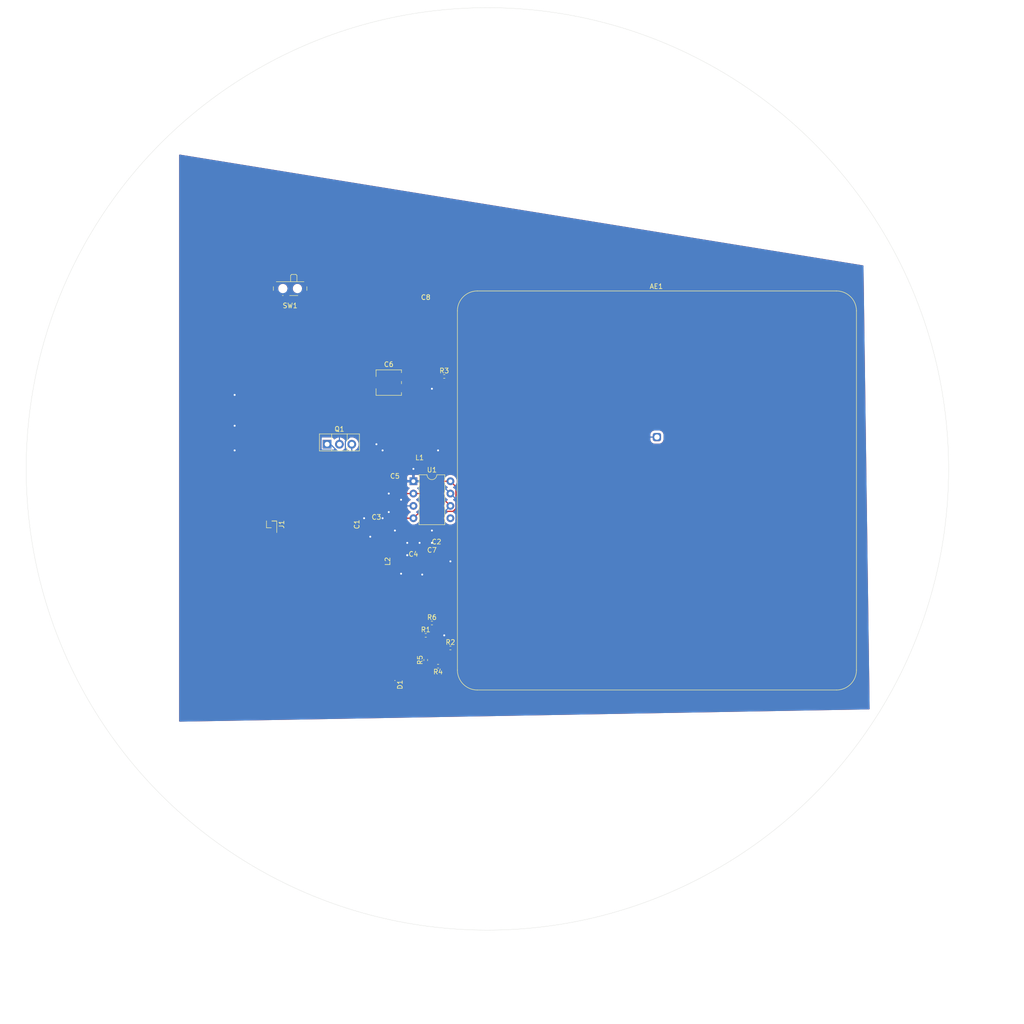
<source format=kicad_pcb>
(kicad_pcb (version 20171130) (host pcbnew 5.99.0+really5.1.10+dfsg1-1)

  (general
    (thickness 1.6)
    (drawings 3)
    (tracks 193)
    (zones 0)
    (modules 22)
    (nets 17)
  )

  (page A4)
  (layers
    (0 F.Cu signal)
    (31 B.Cu signal)
    (32 B.Adhes user)
    (33 F.Adhes user)
    (34 B.Paste user hide)
    (35 F.Paste user)
    (36 B.SilkS user)
    (37 F.SilkS user)
    (38 B.Mask user hide)
    (39 F.Mask user hide)
    (40 Dwgs.User user)
    (41 Cmts.User user)
    (42 Eco1.User user)
    (43 Eco2.User user hide)
    (44 Edge.Cuts user)
    (45 Margin user)
    (46 B.CrtYd user hide)
    (47 F.CrtYd user hide)
    (48 B.Fab user)
    (49 F.Fab user)
  )

  (setup
    (last_trace_width 0.25)
    (trace_clearance 0.2)
    (zone_clearance 0.508)
    (zone_45_only no)
    (trace_min 0.2)
    (via_size 0.8)
    (via_drill 0.4)
    (via_min_size 0.4)
    (via_min_drill 0.3)
    (uvia_size 0.3)
    (uvia_drill 0.1)
    (uvias_allowed no)
    (uvia_min_size 0.2)
    (uvia_min_drill 0.1)
    (edge_width 0.05)
    (segment_width 0.2)
    (pcb_text_width 0.3)
    (pcb_text_size 1.5 1.5)
    (mod_edge_width 0.12)
    (mod_text_size 1 1)
    (mod_text_width 0.15)
    (pad_size 1.524 1.524)
    (pad_drill 0.762)
    (pad_to_mask_clearance 0)
    (aux_axis_origin 0 0)
    (visible_elements FFFFFF7F)
    (pcbplotparams
      (layerselection 0x010fc_ffffffff)
      (usegerberextensions false)
      (usegerberattributes true)
      (usegerberadvancedattributes true)
      (creategerberjobfile true)
      (excludeedgelayer true)
      (linewidth 0.100000)
      (plotframeref false)
      (viasonmask false)
      (mode 1)
      (useauxorigin false)
      (hpglpennumber 1)
      (hpglpenspeed 20)
      (hpglpendiameter 15.000000)
      (psnegative false)
      (psa4output false)
      (plotreference true)
      (plotvalue true)
      (plotinvisibletext false)
      (padsonsilk false)
      (subtractmaskfromsilk false)
      (outputformat 1)
      (mirror false)
      (drillshape 1)
      (scaleselection 1)
      (outputdirectory ""))
  )

  (net 0 "")
  (net 1 "Net-(AE1-Pad1)")
  (net 2 VDD)
  (net 3 "Net-(C1-Pad2)")
  (net 4 "Net-(C3-Pad1)")
  (net 5 GNDREF)
  (net 6 "Net-(C4-Pad2)")
  (net 7 "Net-(C4-Pad1)")
  (net 8 "Net-(C6-Pad2)")
  (net 9 "Net-(C7-Pad1)")
  (net 10 "Net-(C7-Pad2)")
  (net 11 "Net-(C8-Pad2)")
  (net 12 "Net-(D1-Pad1)")
  (net 13 "Net-(R2-Pad1)")
  (net 14 "Net-(R4-Pad2)")
  (net 15 "Net-(SW1-Pad1)")
  (net 16 "Net-(U1-Pad5)")

  (net_class Default "This is the default net class."
    (clearance 0.2)
    (trace_width 0.25)
    (via_dia 0.8)
    (via_drill 0.4)
    (uvia_dia 0.3)
    (uvia_drill 0.1)
    (add_net GNDREF)
    (add_net "Net-(AE1-Pad1)")
    (add_net "Net-(C1-Pad2)")
    (add_net "Net-(C3-Pad1)")
    (add_net "Net-(C4-Pad1)")
    (add_net "Net-(C4-Pad2)")
    (add_net "Net-(C6-Pad2)")
    (add_net "Net-(C7-Pad1)")
    (add_net "Net-(C7-Pad2)")
    (add_net "Net-(C8-Pad2)")
    (add_net "Net-(D1-Pad1)")
    (add_net "Net-(R2-Pad1)")
    (add_net "Net-(R4-Pad2)")
    (add_net "Net-(SW1-Pad1)")
    (add_net "Net-(U1-Pad5)")
    (add_net VDD)
  )

  (module RF_Antenna:Abracon_APAES868R8060C16-T (layer F.Cu) (tedit 5DF372F6) (tstamp 61902C4D)
    (at 229.235001 -957.784999)
    (descr "Abracon RHCP ceramic patch antenna 854-882Mhz, 5dBi")
    (tags "APAES patch antenna")
    (path /61920F3B)
    (fp_text reference AE1 (at 0 11.5) (layer F.Fab)
      (effects (font (size 1 1) (thickness 0.15)))
    )
    (fp_text value "15 turn  24 AWG" (at 0.127 13.159) (layer F.Fab)
      (effects (font (size 1 1) (thickness 0.15)))
    )
    (fp_line (start -37 -30) (end 37 -30) (layer F.Fab) (width 0.1))
    (fp_line (start 41 -26) (end 41 48) (layer F.Fab) (width 0.1))
    (fp_line (start 37 52) (end -37 52) (layer F.Fab) (width 0.1))
    (fp_line (start -41 48) (end -41 -26) (layer F.Fab) (width 0.1))
    (fp_line (start -37 -30.099999) (end 37 -30.099999) (layer F.SilkS) (width 0.12))
    (fp_line (start 41.099999 -26) (end 41.099999 48) (layer F.SilkS) (width 0.12))
    (fp_line (start 37 52.1) (end -37 52.1) (layer F.SilkS) (width 0.12))
    (fp_line (start -41.1 48) (end -41.1 -26) (layer F.SilkS) (width 0.12))
    (fp_line (start -37 -30.25) (end 37 -30.25) (layer F.CrtYd) (width 0.05))
    (fp_line (start 41.25 -26) (end 41.25 48) (layer F.CrtYd) (width 0.05))
    (fp_line (start 37 52.25) (end -37 52.25) (layer F.CrtYd) (width 0.05))
    (fp_line (start -41.25 48) (end -41.25 -26) (layer F.CrtYd) (width 0.05))
    (fp_arc (start -37 -26) (end -37 -30) (angle -90) (layer F.Fab) (width 0.1))
    (fp_arc (start 37 48) (end 37 52) (angle -90) (layer F.Fab) (width 0.1))
    (fp_arc (start -37 48) (end -41 48) (angle -90) (layer F.Fab) (width 0.1))
    (fp_arc (start 37 -26) (end 41 -26) (angle -90) (layer F.Fab) (width 0.1))
    (fp_text user %R (at -0.127 -31.037) (layer F.SilkS)
      (effects (font (size 1 1) (thickness 0.15)))
    )
    (fp_arc (start -37 -26) (end -37 -30.1) (angle -90) (layer F.SilkS) (width 0.12))
    (fp_arc (start 37 48) (end 37 52.1) (angle -90) (layer F.SilkS) (width 0.12))
    (fp_arc (start -37 48) (end -41.1 48) (angle -90) (layer F.SilkS) (width 0.12))
    (fp_arc (start 37 -26) (end 41.1 -26) (angle -90) (layer F.SilkS) (width 0.12))
    (fp_arc (start -37 -26) (end -37 -30.25) (angle -90) (layer F.CrtYd) (width 0.05))
    (fp_arc (start 37 48) (end 37 52.25) (angle -90) (layer F.CrtYd) (width 0.05))
    (fp_arc (start -37 48) (end -41.25 48) (angle -90) (layer F.CrtYd) (width 0.05))
    (fp_arc (start 37 -26) (end 41.25 -26) (angle -90) (layer F.CrtYd) (width 0.05))
    (pad 1 thru_hole roundrect (at 0 0) (size 1.7 1.7) (drill 1.1) (layers *.Cu *.Mask) (roundrect_rratio 0.25)
      (net 1 "Net-(AE1-Pad1)"))
    (model ${KISYS3DMOD}/RF_Antenna.3dshapes/Abracon_APAES868R8060C16-T.wrl
      (at (xyz 0 0 0))
      (scale (xyz 1 1 1))
      (rotate (xyz 0 0 0))
    )
  )

  (module Capacitor_SMD:C_0201_0603Metric (layer F.Cu) (tedit 5F68FEEE) (tstamp 61902C5E)
    (at 166.37 -939.8 270)
    (descr "Capacitor SMD 0201 (0603 Metric), square (rectangular) end terminal, IPC_7351 nominal, (Body size source: https://www.vishay.com/docs/20052/crcw0201e3.pdf), generated with kicad-footprint-generator")
    (tags capacitor)
    (path /61902109)
    (attr smd)
    (fp_text reference C1 (at 0 -1.05 90) (layer F.SilkS)
      (effects (font (size 1 1) (thickness 0.15)))
    )
    (fp_text value "47 uf" (at 0 1.05 90) (layer F.Fab)
      (effects (font (size 1 1) (thickness 0.15)))
    )
    (fp_line (start -0.3 0.15) (end -0.3 -0.15) (layer F.Fab) (width 0.1))
    (fp_line (start -0.3 -0.15) (end 0.3 -0.15) (layer F.Fab) (width 0.1))
    (fp_line (start 0.3 -0.15) (end 0.3 0.15) (layer F.Fab) (width 0.1))
    (fp_line (start 0.3 0.15) (end -0.3 0.15) (layer F.Fab) (width 0.1))
    (fp_line (start -0.7 0.35) (end -0.7 -0.35) (layer F.CrtYd) (width 0.05))
    (fp_line (start -0.7 -0.35) (end 0.7 -0.35) (layer F.CrtYd) (width 0.05))
    (fp_line (start 0.7 -0.35) (end 0.7 0.35) (layer F.CrtYd) (width 0.05))
    (fp_line (start 0.7 0.35) (end -0.7 0.35) (layer F.CrtYd) (width 0.05))
    (fp_text user %R (at 0 -0.68 90) (layer F.Fab)
      (effects (font (size 0.25 0.25) (thickness 0.04)))
    )
    (pad "" smd roundrect (at -0.345 0 270) (size 0.318 0.36) (layers F.Paste) (roundrect_rratio 0.25))
    (pad "" smd roundrect (at 0.345 0 270) (size 0.318 0.36) (layers F.Paste) (roundrect_rratio 0.25))
    (pad 1 smd roundrect (at -0.32 0 270) (size 0.46 0.4) (layers F.Cu F.Mask) (roundrect_rratio 0.25)
      (net 2 VDD))
    (pad 2 smd roundrect (at 0.32 0 270) (size 0.46 0.4) (layers F.Cu F.Mask) (roundrect_rratio 0.25)
      (net 3 "Net-(C1-Pad2)"))
    (model ${KISYS3DMOD}/Capacitor_SMD.3dshapes/C_0201_0603Metric.wrl
      (at (xyz 0 0 0))
      (scale (xyz 1 1 1))
      (rotate (xyz 0 0 0))
    )
  )

  (module Capacitor_SMD:C_0201_0603Metric (layer F.Cu) (tedit 5F68FEEE) (tstamp 61902C6F)
    (at 183.83 -937.26 180)
    (descr "Capacitor SMD 0201 (0603 Metric), square (rectangular) end terminal, IPC_7351 nominal, (Body size source: https://www.vishay.com/docs/20052/crcw0201e3.pdf), generated with kicad-footprint-generator")
    (tags capacitor)
    (path /61902F9E)
    (attr smd)
    (fp_text reference C2 (at 0 -1.05) (layer F.SilkS)
      (effects (font (size 1 1) (thickness 0.15)))
    )
    (fp_text value "0.1 uf" (at 0 1.05) (layer F.Fab)
      (effects (font (size 1 1) (thickness 0.15)))
    )
    (fp_line (start 0.7 0.35) (end -0.7 0.35) (layer F.CrtYd) (width 0.05))
    (fp_line (start 0.7 -0.35) (end 0.7 0.35) (layer F.CrtYd) (width 0.05))
    (fp_line (start -0.7 -0.35) (end 0.7 -0.35) (layer F.CrtYd) (width 0.05))
    (fp_line (start -0.7 0.35) (end -0.7 -0.35) (layer F.CrtYd) (width 0.05))
    (fp_line (start 0.3 0.15) (end -0.3 0.15) (layer F.Fab) (width 0.1))
    (fp_line (start 0.3 -0.15) (end 0.3 0.15) (layer F.Fab) (width 0.1))
    (fp_line (start -0.3 -0.15) (end 0.3 -0.15) (layer F.Fab) (width 0.1))
    (fp_line (start -0.3 0.15) (end -0.3 -0.15) (layer F.Fab) (width 0.1))
    (fp_text user %R (at 0 -0.68) (layer F.Fab)
      (effects (font (size 0.25 0.25) (thickness 0.04)))
    )
    (pad 2 smd roundrect (at 0.32 0 180) (size 0.46 0.4) (layers F.Cu F.Mask) (roundrect_rratio 0.25)
      (net 3 "Net-(C1-Pad2)"))
    (pad 1 smd roundrect (at -0.32 0 180) (size 0.46 0.4) (layers F.Cu F.Mask) (roundrect_rratio 0.25)
      (net 2 VDD))
    (pad "" smd roundrect (at 0.345 0 180) (size 0.318 0.36) (layers F.Paste) (roundrect_rratio 0.25))
    (pad "" smd roundrect (at -0.345 0 180) (size 0.318 0.36) (layers F.Paste) (roundrect_rratio 0.25))
    (model ${KISYS3DMOD}/Capacitor_SMD.3dshapes/C_0201_0603Metric.wrl
      (at (xyz 0 0 0))
      (scale (xyz 1 1 1))
      (rotate (xyz 0 0 0))
    )
  )

  (module Capacitor_SMD:C_0201_0603Metric (layer F.Cu) (tedit 5F68FEEE) (tstamp 61905463)
    (at 171.45 -942.34 180)
    (descr "Capacitor SMD 0201 (0603 Metric), square (rectangular) end terminal, IPC_7351 nominal, (Body size source: https://www.vishay.com/docs/20052/crcw0201e3.pdf), generated with kicad-footprint-generator")
    (tags capacitor)
    (path /61906C48)
    (attr smd)
    (fp_text reference C3 (at 0 -1.05) (layer F.SilkS)
      (effects (font (size 1 1) (thickness 0.15)))
    )
    (fp_text value "3.3 pf" (at 0 1.05) (layer F.Fab)
      (effects (font (size 1 1) (thickness 0.15)))
    )
    (fp_line (start -0.3 0.15) (end -0.3 -0.15) (layer F.Fab) (width 0.1))
    (fp_line (start -0.3 -0.15) (end 0.3 -0.15) (layer F.Fab) (width 0.1))
    (fp_line (start 0.3 -0.15) (end 0.3 0.15) (layer F.Fab) (width 0.1))
    (fp_line (start 0.3 0.15) (end -0.3 0.15) (layer F.Fab) (width 0.1))
    (fp_line (start -0.7 0.35) (end -0.7 -0.35) (layer F.CrtYd) (width 0.05))
    (fp_line (start -0.7 -0.35) (end 0.7 -0.35) (layer F.CrtYd) (width 0.05))
    (fp_line (start 0.7 -0.35) (end 0.7 0.35) (layer F.CrtYd) (width 0.05))
    (fp_line (start 0.7 0.35) (end -0.7 0.35) (layer F.CrtYd) (width 0.05))
    (fp_text user %R (at 0 -0.68) (layer F.Fab)
      (effects (font (size 0.25 0.25) (thickness 0.04)))
    )
    (pad "" smd roundrect (at -0.345 0 180) (size 0.318 0.36) (layers F.Paste) (roundrect_rratio 0.25))
    (pad "" smd roundrect (at 0.345 0 180) (size 0.318 0.36) (layers F.Paste) (roundrect_rratio 0.25))
    (pad 1 smd roundrect (at -0.32 0 180) (size 0.46 0.4) (layers F.Cu F.Mask) (roundrect_rratio 0.25)
      (net 4 "Net-(C3-Pad1)"))
    (pad 2 smd roundrect (at 0.32 0 180) (size 0.46 0.4) (layers F.Cu F.Mask) (roundrect_rratio 0.25)
      (net 5 GNDREF))
    (model ${KISYS3DMOD}/Capacitor_SMD.3dshapes/C_0201_0603Metric.wrl
      (at (xyz 0 0 0))
      (scale (xyz 1 1 1))
      (rotate (xyz 0 0 0))
    )
  )

  (module Capacitor_SMD:C_0201_0603Metric (layer F.Cu) (tedit 5F68FEEE) (tstamp 61902C91)
    (at 179.07 -934.72 180)
    (descr "Capacitor SMD 0201 (0603 Metric), square (rectangular) end terminal, IPC_7351 nominal, (Body size source: https://www.vishay.com/docs/20052/crcw0201e3.pdf), generated with kicad-footprint-generator")
    (tags capacitor)
    (path /619090DF)
    (attr smd)
    (fp_text reference C4 (at 0 -1.05) (layer F.SilkS)
      (effects (font (size 1 1) (thickness 0.15)))
    )
    (fp_text value "4.7 uf" (at 0 1.05) (layer F.Fab)
      (effects (font (size 1 1) (thickness 0.15)))
    )
    (fp_line (start 0.7 0.35) (end -0.7 0.35) (layer F.CrtYd) (width 0.05))
    (fp_line (start 0.7 -0.35) (end 0.7 0.35) (layer F.CrtYd) (width 0.05))
    (fp_line (start -0.7 -0.35) (end 0.7 -0.35) (layer F.CrtYd) (width 0.05))
    (fp_line (start -0.7 0.35) (end -0.7 -0.35) (layer F.CrtYd) (width 0.05))
    (fp_line (start 0.3 0.15) (end -0.3 0.15) (layer F.Fab) (width 0.1))
    (fp_line (start 0.3 -0.15) (end 0.3 0.15) (layer F.Fab) (width 0.1))
    (fp_line (start -0.3 -0.15) (end 0.3 -0.15) (layer F.Fab) (width 0.1))
    (fp_line (start -0.3 0.15) (end -0.3 -0.15) (layer F.Fab) (width 0.1))
    (fp_text user %R (at 0 -0.68) (layer F.Fab)
      (effects (font (size 0.25 0.25) (thickness 0.04)))
    )
    (pad 2 smd roundrect (at 0.32 0 180) (size 0.46 0.4) (layers F.Cu F.Mask) (roundrect_rratio 0.25)
      (net 6 "Net-(C4-Pad2)"))
    (pad 1 smd roundrect (at -0.32 0 180) (size 0.46 0.4) (layers F.Cu F.Mask) (roundrect_rratio 0.25)
      (net 7 "Net-(C4-Pad1)"))
    (pad "" smd roundrect (at 0.345 0 180) (size 0.318 0.36) (layers F.Paste) (roundrect_rratio 0.25))
    (pad "" smd roundrect (at -0.345 0 180) (size 0.318 0.36) (layers F.Paste) (roundrect_rratio 0.25))
    (model ${KISYS3DMOD}/Capacitor_SMD.3dshapes/C_0201_0603Metric.wrl
      (at (xyz 0 0 0))
      (scale (xyz 1 1 1))
      (rotate (xyz 0 0 0))
    )
  )

  (module Capacitor_SMD:C_0201_0603Metric (layer F.Cu) (tedit 5F68FEEE) (tstamp 61902CA2)
    (at 175.26 -948.69)
    (descr "Capacitor SMD 0201 (0603 Metric), square (rectangular) end terminal, IPC_7351 nominal, (Body size source: https://www.vishay.com/docs/20052/crcw0201e3.pdf), generated with kicad-footprint-generator")
    (tags capacitor)
    (path /61909FCD)
    (attr smd)
    (fp_text reference C5 (at 0 -1.05) (layer F.SilkS)
      (effects (font (size 1 1) (thickness 0.15)))
    )
    (fp_text value "47 uf" (at 0 1.05) (layer F.Fab)
      (effects (font (size 1 1) (thickness 0.15)))
    )
    (fp_line (start -0.3 0.15) (end -0.3 -0.15) (layer F.Fab) (width 0.1))
    (fp_line (start -0.3 -0.15) (end 0.3 -0.15) (layer F.Fab) (width 0.1))
    (fp_line (start 0.3 -0.15) (end 0.3 0.15) (layer F.Fab) (width 0.1))
    (fp_line (start 0.3 0.15) (end -0.3 0.15) (layer F.Fab) (width 0.1))
    (fp_line (start -0.7 0.35) (end -0.7 -0.35) (layer F.CrtYd) (width 0.05))
    (fp_line (start -0.7 -0.35) (end 0.7 -0.35) (layer F.CrtYd) (width 0.05))
    (fp_line (start 0.7 -0.35) (end 0.7 0.35) (layer F.CrtYd) (width 0.05))
    (fp_line (start 0.7 0.35) (end -0.7 0.35) (layer F.CrtYd) (width 0.05))
    (fp_text user %R (at 0 -0.68) (layer F.Fab)
      (effects (font (size 0.25 0.25) (thickness 0.04)))
    )
    (pad "" smd roundrect (at -0.345 0) (size 0.318 0.36) (layers F.Paste) (roundrect_rratio 0.25))
    (pad "" smd roundrect (at 0.345 0) (size 0.318 0.36) (layers F.Paste) (roundrect_rratio 0.25))
    (pad 1 smd roundrect (at -0.32 0) (size 0.46 0.4) (layers F.Cu F.Mask) (roundrect_rratio 0.25)
      (net 6 "Net-(C4-Pad2)"))
    (pad 2 smd roundrect (at 0.32 0) (size 0.46 0.4) (layers F.Cu F.Mask) (roundrect_rratio 0.25)
      (net 5 GNDREF))
    (model ${KISYS3DMOD}/Capacitor_SMD.3dshapes/C_0201_0603Metric.wrl
      (at (xyz 0 0 0))
      (scale (xyz 1 1 1))
      (rotate (xyz 0 0 0))
    )
  )

  (module Potentiometer_SMD:Potentiometer_Vishay_TS53YJ_Vertical (layer F.Cu) (tedit 5A3D7171) (tstamp 61902CC6)
    (at 173.99 -969.01)
    (descr "Potentiometer, vertical, Vishay TS53YJ, https://www.vishay.com/docs/51008/ts53.pdf")
    (tags "Potentiometer vertical Vishay TS53YJ")
    (path /61910C43)
    (attr smd)
    (fp_text reference C6 (at 0 -3.75) (layer F.SilkS)
      (effects (font (size 1 1) (thickness 0.15)))
    )
    (fp_text value "30 pf trimmer" (at 0 3.75) (layer F.Fab)
      (effects (font (size 1 1) (thickness 0.15)))
    )
    (fp_circle (center 0 0) (end 1.15 0) (layer F.Fab) (width 0.1))
    (fp_line (start -2.5 -2.5) (end -2.5 2.5) (layer F.Fab) (width 0.1))
    (fp_line (start -2.5 2.5) (end 2.5 2.5) (layer F.Fab) (width 0.1))
    (fp_line (start 2.5 2.5) (end 2.5 -2.5) (layer F.Fab) (width 0.1))
    (fp_line (start 2.5 -2.5) (end -2.5 -2.5) (layer F.Fab) (width 0.1))
    (fp_line (start -0.92 -0.058) (end -0.058 -0.058) (layer F.Fab) (width 0.1))
    (fp_line (start -0.058 -0.058) (end -0.058 -0.92) (layer F.Fab) (width 0.1))
    (fp_line (start -0.058 -0.92) (end 0.058 -0.92) (layer F.Fab) (width 0.1))
    (fp_line (start 0.058 -0.92) (end 0.058 -0.058) (layer F.Fab) (width 0.1))
    (fp_line (start 0.058 -0.058) (end 0.92 -0.058) (layer F.Fab) (width 0.1))
    (fp_line (start 0.92 -0.058) (end 0.92 0.058) (layer F.Fab) (width 0.1))
    (fp_line (start 0.92 0.058) (end 0.058 0.058) (layer F.Fab) (width 0.1))
    (fp_line (start 0.058 0.058) (end 0.058 0.92) (layer F.Fab) (width 0.1))
    (fp_line (start 0.058 0.92) (end -0.058 0.92) (layer F.Fab) (width 0.1))
    (fp_line (start -0.058 0.92) (end -0.058 0.058) (layer F.Fab) (width 0.1))
    (fp_line (start -0.058 0.058) (end -0.92 0.058) (layer F.Fab) (width 0.1))
    (fp_line (start -0.92 0.058) (end -0.92 -0.058) (layer F.Fab) (width 0.1))
    (fp_line (start -2.62 -2.62) (end 2.62 -2.62) (layer F.SilkS) (width 0.12))
    (fp_line (start -2.62 2.62) (end 2.62 2.62) (layer F.SilkS) (width 0.12))
    (fp_line (start -2.62 -2.62) (end -2.62 -1.24) (layer F.SilkS) (width 0.12))
    (fp_line (start -2.62 1.24) (end -2.62 2.62) (layer F.SilkS) (width 0.12))
    (fp_line (start 2.62 -2.62) (end 2.62 -2.039) (layer F.SilkS) (width 0.12))
    (fp_line (start 2.62 -0.26) (end 2.62 0.26) (layer F.SilkS) (width 0.12))
    (fp_line (start 2.62 2.04) (end 2.62 2.62) (layer F.SilkS) (width 0.12))
    (fp_line (start -3.25 -2.75) (end -3.25 2.75) (layer F.CrtYd) (width 0.05))
    (fp_line (start -3.25 2.75) (end 3.25 2.75) (layer F.CrtYd) (width 0.05))
    (fp_line (start 3.25 2.75) (end 3.25 -2.75) (layer F.CrtYd) (width 0.05))
    (fp_line (start 3.25 -2.75) (end -3.25 -2.75) (layer F.CrtYd) (width 0.05))
    (fp_text user %R (at 0 -2) (layer F.Fab)
      (effects (font (size 0.68 0.68) (thickness 0.15)))
    )
    (pad 1 smd rect (at 2 -1.15) (size 2 1.3) (layers F.Cu F.Paste F.Mask)
      (net 2 VDD))
    (pad 2 smd rect (at -2 0) (size 2 2) (layers F.Cu F.Paste F.Mask)
      (net 8 "Net-(C6-Pad2)"))
    (pad 3 smd rect (at 2 1.15) (size 2 1.3) (layers F.Cu F.Paste F.Mask))
    (model ${KISYS3DMOD}/Potentiometer_SMD.3dshapes/Potentiometer_Vishay_TS53YJ_Vertical.wrl
      (at (xyz 0 0 0))
      (scale (xyz 1 1 1))
      (rotate (xyz 0 0 0))
    )
  )

  (module Capacitor_SMD:C_0201_0603Metric (layer F.Cu) (tedit 5F68FEEE) (tstamp 61902CD7)
    (at 182.88 -933.45)
    (descr "Capacitor SMD 0201 (0603 Metric), square (rectangular) end terminal, IPC_7351 nominal, (Body size source: https://www.vishay.com/docs/20052/crcw0201e3.pdf), generated with kicad-footprint-generator")
    (tags capacitor)
    (path /6191C985)
    (attr smd)
    (fp_text reference C7 (at 0 -1.05) (layer F.SilkS)
      (effects (font (size 1 1) (thickness 0.15)))
    )
    (fp_text value "2 pf" (at 0 1.05) (layer F.Fab)
      (effects (font (size 1 1) (thickness 0.15)))
    )
    (fp_line (start -0.3 0.15) (end -0.3 -0.15) (layer F.Fab) (width 0.1))
    (fp_line (start -0.3 -0.15) (end 0.3 -0.15) (layer F.Fab) (width 0.1))
    (fp_line (start 0.3 -0.15) (end 0.3 0.15) (layer F.Fab) (width 0.1))
    (fp_line (start 0.3 0.15) (end -0.3 0.15) (layer F.Fab) (width 0.1))
    (fp_line (start -0.7 0.35) (end -0.7 -0.35) (layer F.CrtYd) (width 0.05))
    (fp_line (start -0.7 -0.35) (end 0.7 -0.35) (layer F.CrtYd) (width 0.05))
    (fp_line (start 0.7 -0.35) (end 0.7 0.35) (layer F.CrtYd) (width 0.05))
    (fp_line (start 0.7 0.35) (end -0.7 0.35) (layer F.CrtYd) (width 0.05))
    (fp_text user %R (at 0 -0.68) (layer F.Fab)
      (effects (font (size 0.25 0.25) (thickness 0.04)))
    )
    (pad "" smd roundrect (at -0.345 0) (size 0.318 0.36) (layers F.Paste) (roundrect_rratio 0.25))
    (pad "" smd roundrect (at 0.345 0) (size 0.318 0.36) (layers F.Paste) (roundrect_rratio 0.25))
    (pad 1 smd roundrect (at -0.32 0) (size 0.46 0.4) (layers F.Cu F.Mask) (roundrect_rratio 0.25)
      (net 9 "Net-(C7-Pad1)"))
    (pad 2 smd roundrect (at 0.32 0) (size 0.46 0.4) (layers F.Cu F.Mask) (roundrect_rratio 0.25)
      (net 10 "Net-(C7-Pad2)"))
    (model ${KISYS3DMOD}/Capacitor_SMD.3dshapes/C_0201_0603Metric.wrl
      (at (xyz 0 0 0))
      (scale (xyz 1 1 1))
      (rotate (xyz 0 0 0))
    )
  )

  (module Capacitor_SMD:C_0201_0603Metric (layer F.Cu) (tedit 5F68FEEE) (tstamp 61902CE8)
    (at 181.61 -985.52)
    (descr "Capacitor SMD 0201 (0603 Metric), square (rectangular) end terminal, IPC_7351 nominal, (Body size source: https://www.vishay.com/docs/20052/crcw0201e3.pdf), generated with kicad-footprint-generator")
    (tags capacitor)
    (path /6191F57E)
    (attr smd)
    (fp_text reference C8 (at 0 -1.05) (layer F.SilkS)
      (effects (font (size 1 1) (thickness 0.15)))
    )
    (fp_text value "4.7 pF" (at 0 1.05) (layer F.Fab)
      (effects (font (size 1 1) (thickness 0.15)))
    )
    (fp_line (start 0.7 0.35) (end -0.7 0.35) (layer F.CrtYd) (width 0.05))
    (fp_line (start 0.7 -0.35) (end 0.7 0.35) (layer F.CrtYd) (width 0.05))
    (fp_line (start -0.7 -0.35) (end 0.7 -0.35) (layer F.CrtYd) (width 0.05))
    (fp_line (start -0.7 0.35) (end -0.7 -0.35) (layer F.CrtYd) (width 0.05))
    (fp_line (start 0.3 0.15) (end -0.3 0.15) (layer F.Fab) (width 0.1))
    (fp_line (start 0.3 -0.15) (end 0.3 0.15) (layer F.Fab) (width 0.1))
    (fp_line (start -0.3 -0.15) (end 0.3 -0.15) (layer F.Fab) (width 0.1))
    (fp_line (start -0.3 0.15) (end -0.3 -0.15) (layer F.Fab) (width 0.1))
    (fp_text user %R (at 0 -0.68) (layer F.Fab)
      (effects (font (size 0.25 0.25) (thickness 0.04)))
    )
    (pad 2 smd roundrect (at 0.32 0) (size 0.46 0.4) (layers F.Cu F.Mask) (roundrect_rratio 0.25)
      (net 11 "Net-(C8-Pad2)"))
    (pad 1 smd roundrect (at -0.32 0) (size 0.46 0.4) (layers F.Cu F.Mask) (roundrect_rratio 0.25)
      (net 1 "Net-(AE1-Pad1)"))
    (pad "" smd roundrect (at 0.345 0) (size 0.318 0.36) (layers F.Paste) (roundrect_rratio 0.25))
    (pad "" smd roundrect (at -0.345 0) (size 0.318 0.36) (layers F.Paste) (roundrect_rratio 0.25))
    (model ${KISYS3DMOD}/Capacitor_SMD.3dshapes/C_0201_0603Metric.wrl
      (at (xyz 0 0 0))
      (scale (xyz 1 1 1))
      (rotate (xyz 0 0 0))
    )
  )

  (module LED_SMD:LED_0201_0603Metric (layer F.Cu) (tedit 5F68FEF1) (tstamp 61902CFC)
    (at 175.26 -906.78 270)
    (descr "LED SMD 0201 (0603 Metric), square (rectangular) end terminal, IPC_7351 nominal, (Body size source: https://www.vishay.com/docs/20052/crcw0201e3.pdf), generated with kicad-footprint-generator")
    (tags LED)
    (path /61904562)
    (attr smd)
    (fp_text reference D1 (at 0 -1.05 90) (layer F.SilkS)
      (effects (font (size 1 1) (thickness 0.15)))
    )
    (fp_text value LED (at 0 1.05 90) (layer F.Fab)
      (effects (font (size 1 1) (thickness 0.15)))
    )
    (fp_circle (center -0.86 0) (end -0.81 0) (layer F.SilkS) (width 0.1))
    (fp_line (start -0.3 0.15) (end -0.3 -0.15) (layer F.Fab) (width 0.1))
    (fp_line (start -0.3 -0.15) (end 0.3 -0.15) (layer F.Fab) (width 0.1))
    (fp_line (start 0.3 -0.15) (end 0.3 0.15) (layer F.Fab) (width 0.1))
    (fp_line (start 0.3 0.15) (end -0.3 0.15) (layer F.Fab) (width 0.1))
    (fp_line (start -0.2 0.15) (end -0.2 -0.15) (layer F.Fab) (width 0.1))
    (fp_line (start -0.1 0.15) (end -0.1 -0.15) (layer F.Fab) (width 0.1))
    (fp_line (start -0.7 0.35) (end -0.7 -0.35) (layer F.CrtYd) (width 0.05))
    (fp_line (start -0.7 -0.35) (end 0.7 -0.35) (layer F.CrtYd) (width 0.05))
    (fp_line (start 0.7 -0.35) (end 0.7 0.35) (layer F.CrtYd) (width 0.05))
    (fp_line (start 0.7 0.35) (end -0.7 0.35) (layer F.CrtYd) (width 0.05))
    (fp_text user %R (at 0 -0.68 90) (layer F.Fab)
      (effects (font (size 0.25 0.25) (thickness 0.04)))
    )
    (pad "" smd roundrect (at -0.345 0 270) (size 0.318 0.36) (layers F.Paste) (roundrect_rratio 0.25))
    (pad "" smd roundrect (at 0.345 0 270) (size 0.318 0.36) (layers F.Paste) (roundrect_rratio 0.25))
    (pad 1 smd roundrect (at -0.32 0 270) (size 0.46 0.4) (layers F.Cu F.Mask) (roundrect_rratio 0.25)
      (net 12 "Net-(D1-Pad1)"))
    (pad 2 smd roundrect (at 0.32 0 270) (size 0.46 0.4) (layers F.Cu F.Mask) (roundrect_rratio 0.25)
      (net 2 VDD))
    (model ${KISYS3DMOD}/LED_SMD.3dshapes/LED_0201_0603Metric.wrl
      (at (xyz 0 0 0))
      (scale (xyz 1 1 1))
      (rotate (xyz 0 0 0))
    )
  )

  (module Inductor_SMD:L_0201_0603Metric (layer F.Cu) (tedit 5F68FEF0) (tstamp 61902D2F)
    (at 180.34 -952.5)
    (descr "Inductor SMD 0201 (0603 Metric), square (rectangular) end terminal, IPC_7351 nominal, (Body size source: https://www.vishay.com/docs/20052/crcw0201e3.pdf), generated with kicad-footprint-generator")
    (tags inductor)
    (path /6191EC79)
    (attr smd)
    (fp_text reference L1 (at 0 -1.05) (layer F.SilkS)
      (effects (font (size 1 1) (thickness 0.15)))
    )
    (fp_text value "4 Turn 24 AWG" (at 0 1.05) (layer F.Fab)
      (effects (font (size 1 1) (thickness 0.15)))
    )
    (fp_line (start 0.7 0.35) (end -0.7 0.35) (layer F.CrtYd) (width 0.05))
    (fp_line (start 0.7 -0.35) (end 0.7 0.35) (layer F.CrtYd) (width 0.05))
    (fp_line (start -0.7 -0.35) (end 0.7 -0.35) (layer F.CrtYd) (width 0.05))
    (fp_line (start -0.7 0.35) (end -0.7 -0.35) (layer F.CrtYd) (width 0.05))
    (fp_line (start 0.3 0.15) (end -0.3 0.15) (layer F.Fab) (width 0.1))
    (fp_line (start 0.3 -0.15) (end 0.3 0.15) (layer F.Fab) (width 0.1))
    (fp_line (start -0.3 -0.15) (end 0.3 -0.15) (layer F.Fab) (width 0.1))
    (fp_line (start -0.3 0.15) (end -0.3 -0.15) (layer F.Fab) (width 0.1))
    (fp_text user %R (at 0 -0.68) (layer F.Fab)
      (effects (font (size 0.25 0.25) (thickness 0.04)))
    )
    (pad 2 smd roundrect (at 0.32 0) (size 0.46 0.4) (layers F.Cu F.Mask) (roundrect_rratio 0.25)
      (net 11 "Net-(C8-Pad2)"))
    (pad 1 smd roundrect (at -0.32 0) (size 0.46 0.4) (layers F.Cu F.Mask) (roundrect_rratio 0.25)
      (net 2 VDD))
    (pad "" smd roundrect (at 0.345 0) (size 0.318 0.36) (layers F.Paste) (roundrect_rratio 0.25))
    (pad "" smd roundrect (at -0.345 0) (size 0.318 0.36) (layers F.Paste) (roundrect_rratio 0.25))
    (model ${KISYS3DMOD}/Inductor_SMD.3dshapes/L_0201_0603Metric.wrl
      (at (xyz 0 0 0))
      (scale (xyz 1 1 1))
      (rotate (xyz 0 0 0))
    )
  )

  (module Inductor_SMD:L_0201_0603Metric (layer F.Cu) (tedit 5F68FEF0) (tstamp 61902D40)
    (at 172.72 -932.18 270)
    (descr "Inductor SMD 0201 (0603 Metric), square (rectangular) end terminal, IPC_7351 nominal, (Body size source: https://www.vishay.com/docs/20052/crcw0201e3.pdf), generated with kicad-footprint-generator")
    (tags inductor)
    (path /6191DC8F)
    (attr smd)
    (fp_text reference L2 (at 0 -1.05 90) (layer F.SilkS)
      (effects (font (size 1 1) (thickness 0.15)))
    )
    (fp_text value L (at 0 1.05 90) (layer F.Fab)
      (effects (font (size 1 1) (thickness 0.15)))
    )
    (fp_line (start -0.3 0.15) (end -0.3 -0.15) (layer F.Fab) (width 0.1))
    (fp_line (start -0.3 -0.15) (end 0.3 -0.15) (layer F.Fab) (width 0.1))
    (fp_line (start 0.3 -0.15) (end 0.3 0.15) (layer F.Fab) (width 0.1))
    (fp_line (start 0.3 0.15) (end -0.3 0.15) (layer F.Fab) (width 0.1))
    (fp_line (start -0.7 0.35) (end -0.7 -0.35) (layer F.CrtYd) (width 0.05))
    (fp_line (start -0.7 -0.35) (end 0.7 -0.35) (layer F.CrtYd) (width 0.05))
    (fp_line (start 0.7 -0.35) (end 0.7 0.35) (layer F.CrtYd) (width 0.05))
    (fp_line (start 0.7 0.35) (end -0.7 0.35) (layer F.CrtYd) (width 0.05))
    (fp_text user %R (at 0 -0.68 90) (layer F.Fab)
      (effects (font (size 0.25 0.25) (thickness 0.04)))
    )
    (pad "" smd roundrect (at -0.345 0 270) (size 0.318 0.36) (layers F.Paste) (roundrect_rratio 0.25))
    (pad "" smd roundrect (at 0.345 0 270) (size 0.318 0.36) (layers F.Paste) (roundrect_rratio 0.25))
    (pad 1 smd roundrect (at -0.32 0 270) (size 0.46 0.4) (layers F.Cu F.Mask) (roundrect_rratio 0.25)
      (net 11 "Net-(C8-Pad2)"))
    (pad 2 smd roundrect (at 0.32 0 270) (size 0.46 0.4) (layers F.Cu F.Mask) (roundrect_rratio 0.25)
      (net 9 "Net-(C7-Pad1)"))
    (model ${KISYS3DMOD}/Inductor_SMD.3dshapes/L_0201_0603Metric.wrl
      (at (xyz 0 0 0))
      (scale (xyz 1 1 1))
      (rotate (xyz 0 0 0))
    )
  )

  (module Package_TO_SOT_THT:TO-126-3_Vertical (layer F.Cu) (tedit 5AC8BA0D) (tstamp 61902D5A)
    (at 161.29 -956.31)
    (descr "TO-126-3, Vertical, RM 2.54mm, see https://www.diodes.com/assets/Package-Files/TO126.pdf")
    (tags "TO-126-3 Vertical RM 2.54mm")
    (path /6190EA4F)
    (fp_text reference Q1 (at 2.54 -3.12) (layer F.SilkS)
      (effects (font (size 1 1) (thickness 0.15)))
    )
    (fp_text value BF459 (at 2.54 2.5) (layer F.Fab)
      (effects (font (size 1 1) (thickness 0.15)))
    )
    (fp_line (start -1.46 -2) (end -1.46 1.25) (layer F.Fab) (width 0.1))
    (fp_line (start -1.46 1.25) (end 6.54 1.25) (layer F.Fab) (width 0.1))
    (fp_line (start 6.54 1.25) (end 6.54 -2) (layer F.Fab) (width 0.1))
    (fp_line (start 6.54 -2) (end -1.46 -2) (layer F.Fab) (width 0.1))
    (fp_line (start 0.94 -2) (end 0.94 1.25) (layer F.Fab) (width 0.1))
    (fp_line (start 4.14 -2) (end 4.14 1.25) (layer F.Fab) (width 0.1))
    (fp_line (start -1.58 -2.12) (end 6.66 -2.12) (layer F.SilkS) (width 0.12))
    (fp_line (start -1.58 1.37) (end 6.66 1.37) (layer F.SilkS) (width 0.12))
    (fp_line (start -1.58 -2.12) (end -1.58 1.37) (layer F.SilkS) (width 0.12))
    (fp_line (start 6.66 -2.12) (end 6.66 1.37) (layer F.SilkS) (width 0.12))
    (fp_line (start 0.94 -2.12) (end 0.94 -1.05) (layer F.SilkS) (width 0.12))
    (fp_line (start 0.94 1.05) (end 0.94 1.37) (layer F.SilkS) (width 0.12))
    (fp_line (start 4.141 -2.12) (end 4.141 -0.54) (layer F.SilkS) (width 0.12))
    (fp_line (start 4.141 0.54) (end 4.141 1.37) (layer F.SilkS) (width 0.12))
    (fp_line (start -1.71 -2.25) (end -1.71 1.5) (layer F.CrtYd) (width 0.05))
    (fp_line (start -1.71 1.5) (end 6.79 1.5) (layer F.CrtYd) (width 0.05))
    (fp_line (start 6.79 1.5) (end 6.79 -2.25) (layer F.CrtYd) (width 0.05))
    (fp_line (start 6.79 -2.25) (end -1.71 -2.25) (layer F.CrtYd) (width 0.05))
    (fp_text user %R (at 2.54 -3.12) (layer F.Fab)
      (effects (font (size 1 1) (thickness 0.15)))
    )
    (pad 1 thru_hole rect (at 0 0) (size 1.8 1.8) (drill 1) (layers *.Cu *.Mask)
      (net 10 "Net-(C7-Pad2)"))
    (pad 2 thru_hole oval (at 2.54 0) (size 1.8 1.8) (drill 1) (layers *.Cu *.Mask)
      (net 8 "Net-(C6-Pad2)"))
    (pad 3 thru_hole oval (at 5.08 0) (size 1.8 1.8) (drill 1) (layers *.Cu *.Mask)
      (net 6 "Net-(C4-Pad2)"))
    (model ${KISYS3DMOD}/Package_TO_SOT_THT.3dshapes/TO-126-3_Vertical.wrl
      (at (xyz 0 0 0))
      (scale (xyz 1 1 1))
      (rotate (xyz 0 0 0))
    )
  )

  (module Resistor_SMD:R_0402_1005Metric (layer F.Cu) (tedit 5F68FEEE) (tstamp 61902D6B)
    (at 181.61 -916.94)
    (descr "Resistor SMD 0402 (1005 Metric), square (rectangular) end terminal, IPC_7351 nominal, (Body size source: IPC-SM-782 page 72, https://www.pcb-3d.com/wordpress/wp-content/uploads/ipc-sm-782a_amendment_1_and_2.pdf), generated with kicad-footprint-generator")
    (tags resistor)
    (path /61905780)
    (attr smd)
    (fp_text reference R1 (at 0 -1.17) (layer F.SilkS)
      (effects (font (size 1 1) (thickness 0.15)))
    )
    (fp_text value "220 " (at 0 1.17) (layer F.Fab)
      (effects (font (size 1 1) (thickness 0.15)))
    )
    (fp_line (start -0.525 0.27) (end -0.525 -0.27) (layer F.Fab) (width 0.1))
    (fp_line (start -0.525 -0.27) (end 0.525 -0.27) (layer F.Fab) (width 0.1))
    (fp_line (start 0.525 -0.27) (end 0.525 0.27) (layer F.Fab) (width 0.1))
    (fp_line (start 0.525 0.27) (end -0.525 0.27) (layer F.Fab) (width 0.1))
    (fp_line (start -0.153641 -0.38) (end 0.153641 -0.38) (layer F.SilkS) (width 0.12))
    (fp_line (start -0.153641 0.38) (end 0.153641 0.38) (layer F.SilkS) (width 0.12))
    (fp_line (start -0.93 0.47) (end -0.93 -0.47) (layer F.CrtYd) (width 0.05))
    (fp_line (start -0.93 -0.47) (end 0.93 -0.47) (layer F.CrtYd) (width 0.05))
    (fp_line (start 0.93 -0.47) (end 0.93 0.47) (layer F.CrtYd) (width 0.05))
    (fp_line (start 0.93 0.47) (end -0.93 0.47) (layer F.CrtYd) (width 0.05))
    (fp_text user %R (at 0 0) (layer F.Fab)
      (effects (font (size 0.26 0.26) (thickness 0.04)))
    )
    (pad 1 smd roundrect (at -0.51 0) (size 0.54 0.64) (layers F.Cu F.Paste F.Mask) (roundrect_rratio 0.25)
      (net 12 "Net-(D1-Pad1)"))
    (pad 2 smd roundrect (at 0.51 0) (size 0.54 0.64) (layers F.Cu F.Paste F.Mask) (roundrect_rratio 0.25)
      (net 5 GNDREF))
    (model ${KISYS3DMOD}/Resistor_SMD.3dshapes/R_0402_1005Metric.wrl
      (at (xyz 0 0 0))
      (scale (xyz 1 1 1))
      (rotate (xyz 0 0 0))
    )
  )

  (module Resistor_SMD:R_0402_1005Metric (layer F.Cu) (tedit 5F68FEEE) (tstamp 61902D7C)
    (at 186.69 -914.344999)
    (descr "Resistor SMD 0402 (1005 Metric), square (rectangular) end terminal, IPC_7351 nominal, (Body size source: IPC-SM-782 page 72, https://www.pcb-3d.com/wordpress/wp-content/uploads/ipc-sm-782a_amendment_1_and_2.pdf), generated with kicad-footprint-generator")
    (tags resistor)
    (path /61905DE5)
    (attr smd)
    (fp_text reference R2 (at 0 -1.17) (layer F.SilkS)
      (effects (font (size 1 1) (thickness 0.15)))
    )
    (fp_text value "82 K" (at 0 1.17) (layer F.Fab)
      (effects (font (size 1 1) (thickness 0.15)))
    )
    (fp_line (start 0.93 0.47) (end -0.93 0.47) (layer F.CrtYd) (width 0.05))
    (fp_line (start 0.93 -0.47) (end 0.93 0.47) (layer F.CrtYd) (width 0.05))
    (fp_line (start -0.93 -0.47) (end 0.93 -0.47) (layer F.CrtYd) (width 0.05))
    (fp_line (start -0.93 0.47) (end -0.93 -0.47) (layer F.CrtYd) (width 0.05))
    (fp_line (start -0.153641 0.38) (end 0.153641 0.38) (layer F.SilkS) (width 0.12))
    (fp_line (start -0.153641 -0.38) (end 0.153641 -0.38) (layer F.SilkS) (width 0.12))
    (fp_line (start 0.525 0.27) (end -0.525 0.27) (layer F.Fab) (width 0.1))
    (fp_line (start 0.525 -0.27) (end 0.525 0.27) (layer F.Fab) (width 0.1))
    (fp_line (start -0.525 -0.27) (end 0.525 -0.27) (layer F.Fab) (width 0.1))
    (fp_line (start -0.525 0.27) (end -0.525 -0.27) (layer F.Fab) (width 0.1))
    (fp_text user %R (at 0 0) (layer F.Fab)
      (effects (font (size 0.26 0.26) (thickness 0.04)))
    )
    (pad 2 smd roundrect (at 0.51 0) (size 0.54 0.64) (layers F.Cu F.Paste F.Mask) (roundrect_rratio 0.25)
      (net 4 "Net-(C3-Pad1)"))
    (pad 1 smd roundrect (at -0.51 0) (size 0.54 0.64) (layers F.Cu F.Paste F.Mask) (roundrect_rratio 0.25)
      (net 13 "Net-(R2-Pad1)"))
    (model ${KISYS3DMOD}/Resistor_SMD.3dshapes/R_0402_1005Metric.wrl
      (at (xyz 0 0 0))
      (scale (xyz 1 1 1))
      (rotate (xyz 0 0 0))
    )
  )

  (module Resistor_SMD:R_0402_1005Metric (layer F.Cu) (tedit 5F68FEEE) (tstamp 61902D8D)
    (at 185.42 -970.28)
    (descr "Resistor SMD 0402 (1005 Metric), square (rectangular) end terminal, IPC_7351 nominal, (Body size source: IPC-SM-782 page 72, https://www.pcb-3d.com/wordpress/wp-content/uploads/ipc-sm-782a_amendment_1_and_2.pdf), generated with kicad-footprint-generator")
    (tags resistor)
    (path /61906692)
    (attr smd)
    (fp_text reference R3 (at 0 -1.17) (layer F.SilkS)
      (effects (font (size 1 1) (thickness 0.15)))
    )
    (fp_text value 6.8K (at 0 1.17) (layer F.Fab)
      (effects (font (size 1 1) (thickness 0.15)))
    )
    (fp_line (start 0.93 0.47) (end -0.93 0.47) (layer F.CrtYd) (width 0.05))
    (fp_line (start 0.93 -0.47) (end 0.93 0.47) (layer F.CrtYd) (width 0.05))
    (fp_line (start -0.93 -0.47) (end 0.93 -0.47) (layer F.CrtYd) (width 0.05))
    (fp_line (start -0.93 0.47) (end -0.93 -0.47) (layer F.CrtYd) (width 0.05))
    (fp_line (start -0.153641 0.38) (end 0.153641 0.38) (layer F.SilkS) (width 0.12))
    (fp_line (start -0.153641 -0.38) (end 0.153641 -0.38) (layer F.SilkS) (width 0.12))
    (fp_line (start 0.525 0.27) (end -0.525 0.27) (layer F.Fab) (width 0.1))
    (fp_line (start 0.525 -0.27) (end 0.525 0.27) (layer F.Fab) (width 0.1))
    (fp_line (start -0.525 -0.27) (end 0.525 -0.27) (layer F.Fab) (width 0.1))
    (fp_line (start -0.525 0.27) (end -0.525 -0.27) (layer F.Fab) (width 0.1))
    (fp_text user %R (at 0 0) (layer F.Fab)
      (effects (font (size 0.26 0.26) (thickness 0.04)))
    )
    (pad 2 smd roundrect (at 0.51 0) (size 0.54 0.64) (layers F.Cu F.Paste F.Mask) (roundrect_rratio 0.25)
      (net 13 "Net-(R2-Pad1)"))
    (pad 1 smd roundrect (at -0.51 0) (size 0.54 0.64) (layers F.Cu F.Paste F.Mask) (roundrect_rratio 0.25)
      (net 2 VDD))
    (model ${KISYS3DMOD}/Resistor_SMD.3dshapes/R_0402_1005Metric.wrl
      (at (xyz 0 0 0))
      (scale (xyz 1 1 1))
      (rotate (xyz 0 0 0))
    )
  )

  (module Resistor_SMD:R_0402_1005Metric (layer F.Cu) (tedit 5F68FEEE) (tstamp 61902D9E)
    (at 184.15 -910.59 180)
    (descr "Resistor SMD 0402 (1005 Metric), square (rectangular) end terminal, IPC_7351 nominal, (Body size source: IPC-SM-782 page 72, https://www.pcb-3d.com/wordpress/wp-content/uploads/ipc-sm-782a_amendment_1_and_2.pdf), generated with kicad-footprint-generator")
    (tags resistor)
    (path /6190A6C7)
    (attr smd)
    (fp_text reference R4 (at 0 -1.17) (layer F.SilkS)
      (effects (font (size 1 1) (thickness 0.15)))
    )
    (fp_text value 10K (at 0 1.17) (layer F.Fab)
      (effects (font (size 1 1) (thickness 0.15)))
    )
    (fp_line (start -0.525 0.27) (end -0.525 -0.27) (layer F.Fab) (width 0.1))
    (fp_line (start -0.525 -0.27) (end 0.525 -0.27) (layer F.Fab) (width 0.1))
    (fp_line (start 0.525 -0.27) (end 0.525 0.27) (layer F.Fab) (width 0.1))
    (fp_line (start 0.525 0.27) (end -0.525 0.27) (layer F.Fab) (width 0.1))
    (fp_line (start -0.153641 -0.38) (end 0.153641 -0.38) (layer F.SilkS) (width 0.12))
    (fp_line (start -0.153641 0.38) (end 0.153641 0.38) (layer F.SilkS) (width 0.12))
    (fp_line (start -0.93 0.47) (end -0.93 -0.47) (layer F.CrtYd) (width 0.05))
    (fp_line (start -0.93 -0.47) (end 0.93 -0.47) (layer F.CrtYd) (width 0.05))
    (fp_line (start 0.93 -0.47) (end 0.93 0.47) (layer F.CrtYd) (width 0.05))
    (fp_line (start 0.93 0.47) (end -0.93 0.47) (layer F.CrtYd) (width 0.05))
    (fp_text user %R (at 0 0) (layer F.Fab)
      (effects (font (size 0.26 0.26) (thickness 0.04)))
    )
    (pad 1 smd roundrect (at -0.51 0 180) (size 0.54 0.64) (layers F.Cu F.Paste F.Mask) (roundrect_rratio 0.25)
      (net 2 VDD))
    (pad 2 smd roundrect (at 0.51 0 180) (size 0.54 0.64) (layers F.Cu F.Paste F.Mask) (roundrect_rratio 0.25)
      (net 14 "Net-(R4-Pad2)"))
    (model ${KISYS3DMOD}/Resistor_SMD.3dshapes/R_0402_1005Metric.wrl
      (at (xyz 0 0 0))
      (scale (xyz 1 1 1))
      (rotate (xyz 0 0 0))
    )
  )

  (module Resistor_SMD:R_0402_1005Metric (layer F.Cu) (tedit 5F68FEEE) (tstamp 61902DAF)
    (at 181.61 -911.86 90)
    (descr "Resistor SMD 0402 (1005 Metric), square (rectangular) end terminal, IPC_7351 nominal, (Body size source: IPC-SM-782 page 72, https://www.pcb-3d.com/wordpress/wp-content/uploads/ipc-sm-782a_amendment_1_and_2.pdf), generated with kicad-footprint-generator")
    (tags resistor)
    (path /6190B230)
    (attr smd)
    (fp_text reference R5 (at 0 -1.17 90) (layer F.SilkS)
      (effects (font (size 1 1) (thickness 0.15)))
    )
    (fp_text value 5.6K (at 0 1.17 90) (layer F.Fab)
      (effects (font (size 1 1) (thickness 0.15)))
    )
    (fp_line (start 0.93 0.47) (end -0.93 0.47) (layer F.CrtYd) (width 0.05))
    (fp_line (start 0.93 -0.47) (end 0.93 0.47) (layer F.CrtYd) (width 0.05))
    (fp_line (start -0.93 -0.47) (end 0.93 -0.47) (layer F.CrtYd) (width 0.05))
    (fp_line (start -0.93 0.47) (end -0.93 -0.47) (layer F.CrtYd) (width 0.05))
    (fp_line (start -0.153641 0.38) (end 0.153641 0.38) (layer F.SilkS) (width 0.12))
    (fp_line (start -0.153641 -0.38) (end 0.153641 -0.38) (layer F.SilkS) (width 0.12))
    (fp_line (start 0.525 0.27) (end -0.525 0.27) (layer F.Fab) (width 0.1))
    (fp_line (start 0.525 -0.27) (end 0.525 0.27) (layer F.Fab) (width 0.1))
    (fp_line (start -0.525 -0.27) (end 0.525 -0.27) (layer F.Fab) (width 0.1))
    (fp_line (start -0.525 0.27) (end -0.525 -0.27) (layer F.Fab) (width 0.1))
    (fp_text user %R (at 0 0 90) (layer F.Fab)
      (effects (font (size 0.26 0.26) (thickness 0.04)))
    )
    (pad 2 smd roundrect (at 0.51 0 90) (size 0.54 0.64) (layers F.Cu F.Paste F.Mask) (roundrect_rratio 0.25)
      (net 5 GNDREF))
    (pad 1 smd roundrect (at -0.51 0 90) (size 0.54 0.64) (layers F.Cu F.Paste F.Mask) (roundrect_rratio 0.25)
      (net 14 "Net-(R4-Pad2)"))
    (model ${KISYS3DMOD}/Resistor_SMD.3dshapes/R_0402_1005Metric.wrl
      (at (xyz 0 0 0))
      (scale (xyz 1 1 1))
      (rotate (xyz 0 0 0))
    )
  )

  (module Resistor_SMD:R_0402_1005Metric (layer F.Cu) (tedit 5F68FEEE) (tstamp 61902DC0)
    (at 182.88 -919.48)
    (descr "Resistor SMD 0402 (1005 Metric), square (rectangular) end terminal, IPC_7351 nominal, (Body size source: IPC-SM-782 page 72, https://www.pcb-3d.com/wordpress/wp-content/uploads/ipc-sm-782a_amendment_1_and_2.pdf), generated with kicad-footprint-generator")
    (tags resistor)
    (path /6191BF12)
    (attr smd)
    (fp_text reference R6 (at 0 -1.17) (layer F.SilkS)
      (effects (font (size 1 1) (thickness 0.15)))
    )
    (fp_text value "220 E" (at 0 1.17) (layer F.Fab)
      (effects (font (size 1 1) (thickness 0.15)))
    )
    (fp_line (start -0.525 0.27) (end -0.525 -0.27) (layer F.Fab) (width 0.1))
    (fp_line (start -0.525 -0.27) (end 0.525 -0.27) (layer F.Fab) (width 0.1))
    (fp_line (start 0.525 -0.27) (end 0.525 0.27) (layer F.Fab) (width 0.1))
    (fp_line (start 0.525 0.27) (end -0.525 0.27) (layer F.Fab) (width 0.1))
    (fp_line (start -0.153641 -0.38) (end 0.153641 -0.38) (layer F.SilkS) (width 0.12))
    (fp_line (start -0.153641 0.38) (end 0.153641 0.38) (layer F.SilkS) (width 0.12))
    (fp_line (start -0.93 0.47) (end -0.93 -0.47) (layer F.CrtYd) (width 0.05))
    (fp_line (start -0.93 -0.47) (end 0.93 -0.47) (layer F.CrtYd) (width 0.05))
    (fp_line (start 0.93 -0.47) (end 0.93 0.47) (layer F.CrtYd) (width 0.05))
    (fp_line (start 0.93 0.47) (end -0.93 0.47) (layer F.CrtYd) (width 0.05))
    (fp_text user %R (at 0 0) (layer F.Fab)
      (effects (font (size 0.26 0.26) (thickness 0.04)))
    )
    (pad 1 smd roundrect (at -0.51 0) (size 0.54 0.64) (layers F.Cu F.Paste F.Mask) (roundrect_rratio 0.25)
      (net 10 "Net-(C7-Pad2)"))
    (pad 2 smd roundrect (at 0.51 0) (size 0.54 0.64) (layers F.Cu F.Paste F.Mask) (roundrect_rratio 0.25)
      (net 5 GNDREF))
    (model ${KISYS3DMOD}/Resistor_SMD.3dshapes/R_0402_1005Metric.wrl
      (at (xyz 0 0 0))
      (scale (xyz 1 1 1))
      (rotate (xyz 0 0 0))
    )
  )

  (module Button_Switch_SMD:SW_SPDT_PCM12 (layer F.Cu) (tedit 5A02FC95) (tstamp 61902DEA)
    (at 153.67 -988.06 180)
    (descr "Ultraminiature Surface Mount Slide Switch, right-angle, https://www.ckswitches.com/media/1424/pcm.pdf")
    (path /61903C1B)
    (attr smd)
    (fp_text reference SW1 (at 0 -3.2) (layer F.SilkS)
      (effects (font (size 1 1) (thickness 0.15)))
    )
    (fp_text value SW_SPDT (at 0 4.25) (layer F.Fab)
      (effects (font (size 1 1) (thickness 0.15)))
    )
    (fp_line (start -1.4 1.65) (end -1.4 2.95) (layer F.Fab) (width 0.1))
    (fp_line (start -1.4 2.95) (end -1.2 3.15) (layer F.Fab) (width 0.1))
    (fp_line (start -1.2 3.15) (end -0.35 3.15) (layer F.Fab) (width 0.1))
    (fp_line (start -0.35 3.15) (end -0.15 2.95) (layer F.Fab) (width 0.1))
    (fp_line (start -0.15 2.95) (end -0.1 2.9) (layer F.Fab) (width 0.1))
    (fp_line (start -0.1 2.9) (end -0.1 1.6) (layer F.Fab) (width 0.1))
    (fp_line (start -3.35 -1) (end -3.35 1.6) (layer F.Fab) (width 0.1))
    (fp_line (start -3.35 1.6) (end 3.35 1.6) (layer F.Fab) (width 0.1))
    (fp_line (start 3.35 1.6) (end 3.35 -1) (layer F.Fab) (width 0.1))
    (fp_line (start 3.35 -1) (end -3.35 -1) (layer F.Fab) (width 0.1))
    (fp_line (start 1.4 -1.12) (end 1.6 -1.12) (layer F.SilkS) (width 0.12))
    (fp_line (start -4.4 -2.45) (end 4.4 -2.45) (layer F.CrtYd) (width 0.05))
    (fp_line (start 4.4 -2.45) (end 4.4 2.1) (layer F.CrtYd) (width 0.05))
    (fp_line (start 4.4 2.1) (end 1.65 2.1) (layer F.CrtYd) (width 0.05))
    (fp_line (start 1.65 2.1) (end 1.65 3.4) (layer F.CrtYd) (width 0.05))
    (fp_line (start 1.65 3.4) (end -1.65 3.4) (layer F.CrtYd) (width 0.05))
    (fp_line (start -1.65 3.4) (end -1.65 2.1) (layer F.CrtYd) (width 0.05))
    (fp_line (start -1.65 2.1) (end -4.4 2.1) (layer F.CrtYd) (width 0.05))
    (fp_line (start -4.4 2.1) (end -4.4 -2.45) (layer F.CrtYd) (width 0.05))
    (fp_line (start -1.4 3.02) (end -1.2 3.23) (layer F.SilkS) (width 0.12))
    (fp_line (start -0.1 3.02) (end -0.3 3.23) (layer F.SilkS) (width 0.12))
    (fp_line (start -1.4 1.73) (end -1.4 3.02) (layer F.SilkS) (width 0.12))
    (fp_line (start -1.2 3.23) (end -0.3 3.23) (layer F.SilkS) (width 0.12))
    (fp_line (start -0.1 3.02) (end -0.1 1.73) (layer F.SilkS) (width 0.12))
    (fp_line (start -2.85 1.73) (end 2.85 1.73) (layer F.SilkS) (width 0.12))
    (fp_line (start -1.6 -1.12) (end 0.1 -1.12) (layer F.SilkS) (width 0.12))
    (fp_line (start -3.45 -0.07) (end -3.45 0.72) (layer F.SilkS) (width 0.12))
    (fp_line (start 3.45 0.72) (end 3.45 -0.07) (layer F.SilkS) (width 0.12))
    (fp_text user %R (at 0 -3.2) (layer F.Fab)
      (effects (font (size 1 1) (thickness 0.15)))
    )
    (pad "" np_thru_hole circle (at -1.5 0.33 180) (size 0.9 0.9) (drill 0.9) (layers *.Cu *.Mask))
    (pad "" np_thru_hole circle (at 1.5 0.33 180) (size 0.9 0.9) (drill 0.9) (layers *.Cu *.Mask))
    (pad 1 smd rect (at -2.25 -1.43 180) (size 0.7 1.5) (layers F.Cu F.Paste F.Mask)
      (net 15 "Net-(SW1-Pad1)"))
    (pad 2 smd rect (at 0.75 -1.43 180) (size 0.7 1.5) (layers F.Cu F.Paste F.Mask)
      (net 5 GNDREF))
    (pad 3 smd rect (at 2.25 -1.43 180) (size 0.7 1.5) (layers F.Cu F.Paste F.Mask)
      (net 3 "Net-(C1-Pad2)"))
    (pad "" smd rect (at -3.65 1.43 180) (size 1 0.8) (layers F.Cu F.Paste F.Mask))
    (pad "" smd rect (at 3.65 1.43 180) (size 1 0.8) (layers F.Cu F.Paste F.Mask))
    (pad "" smd rect (at 3.65 -0.78 180) (size 1 0.8) (layers F.Cu F.Paste F.Mask))
    (pad "" smd rect (at -3.65 -0.78 180) (size 1 0.8) (layers F.Cu F.Paste F.Mask))
    (model ${KISYS3DMOD}/Button_Switch_SMD.3dshapes/SW_SPDT_PCM12.wrl
      (at (xyz 0 0 0))
      (scale (xyz 1 1 1))
      (rotate (xyz 0 0 0))
    )
  )

  (module Package_DIP:DIP-8_W7.62mm (layer F.Cu) (tedit 5A02E8C5) (tstamp 61902E06)
    (at 179.07 -948.69)
    (descr "8-lead though-hole mounted DIP package, row spacing 7.62 mm (300 mils)")
    (tags "THT DIP DIL PDIP 2.54mm 7.62mm 300mil")
    (path /61907714)
    (fp_text reference U1 (at 3.81 -2.33) (layer F.SilkS)
      (effects (font (size 1 1) (thickness 0.15)))
    )
    (fp_text value NE555P (at 3.81 9.95) (layer F.Fab)
      (effects (font (size 1 1) (thickness 0.15)))
    )
    (fp_line (start 1.635 -1.27) (end 6.985 -1.27) (layer F.Fab) (width 0.1))
    (fp_line (start 6.985 -1.27) (end 6.985 8.89) (layer F.Fab) (width 0.1))
    (fp_line (start 6.985 8.89) (end 0.635 8.89) (layer F.Fab) (width 0.1))
    (fp_line (start 0.635 8.89) (end 0.635 -0.27) (layer F.Fab) (width 0.1))
    (fp_line (start 0.635 -0.27) (end 1.635 -1.27) (layer F.Fab) (width 0.1))
    (fp_line (start 2.81 -1.33) (end 1.16 -1.33) (layer F.SilkS) (width 0.12))
    (fp_line (start 1.16 -1.33) (end 1.16 8.95) (layer F.SilkS) (width 0.12))
    (fp_line (start 1.16 8.95) (end 6.46 8.95) (layer F.SilkS) (width 0.12))
    (fp_line (start 6.46 8.95) (end 6.46 -1.33) (layer F.SilkS) (width 0.12))
    (fp_line (start 6.46 -1.33) (end 4.81 -1.33) (layer F.SilkS) (width 0.12))
    (fp_line (start -1.1 -1.55) (end -1.1 9.15) (layer F.CrtYd) (width 0.05))
    (fp_line (start -1.1 9.15) (end 8.7 9.15) (layer F.CrtYd) (width 0.05))
    (fp_line (start 8.7 9.15) (end 8.7 -1.55) (layer F.CrtYd) (width 0.05))
    (fp_line (start 8.7 -1.55) (end -1.1 -1.55) (layer F.CrtYd) (width 0.05))
    (fp_arc (start 3.81 -1.33) (end 2.81 -1.33) (angle -180) (layer F.SilkS) (width 0.12))
    (fp_text user %R (at 3.81 3.81) (layer F.Fab)
      (effects (font (size 1 1) (thickness 0.15)))
    )
    (pad 1 thru_hole rect (at 0 0) (size 1.6 1.6) (drill 0.8) (layers *.Cu *.Mask)
      (net 5 GNDREF))
    (pad 5 thru_hole oval (at 7.62 7.62) (size 1.6 1.6) (drill 0.8) (layers *.Cu *.Mask)
      (net 16 "Net-(U1-Pad5)"))
    (pad 2 thru_hole oval (at 0 2.54) (size 1.6 1.6) (drill 0.8) (layers *.Cu *.Mask)
      (net 4 "Net-(C3-Pad1)"))
    (pad 6 thru_hole oval (at 7.62 5.08) (size 1.6 1.6) (drill 0.8) (layers *.Cu *.Mask)
      (net 4 "Net-(C3-Pad1)"))
    (pad 3 thru_hole oval (at 0 5.08) (size 1.6 1.6) (drill 0.8) (layers *.Cu *.Mask)
      (net 7 "Net-(C4-Pad1)"))
    (pad 7 thru_hole oval (at 7.62 2.54) (size 1.6 1.6) (drill 0.8) (layers *.Cu *.Mask)
      (net 13 "Net-(R2-Pad1)"))
    (pad 4 thru_hole oval (at 0 7.62) (size 1.6 1.6) (drill 0.8) (layers *.Cu *.Mask)
      (net 2 VDD))
    (pad 8 thru_hole oval (at 7.62 0) (size 1.6 1.6) (drill 0.8) (layers *.Cu *.Mask)
      (net 2 VDD))
    (model ${KISYS3DMOD}/Package_DIP.3dshapes/DIP-8_W7.62mm.wrl
      (at (xyz 0 0 0))
      (scale (xyz 1 1 1))
      (rotate (xyz 0 0 0))
    )
  )

  (module Connector_PinHeader_1.00mm:PinHeader_1x02_P1.00mm_Vertical_SMD_Pin1Right (layer F.Cu) (tedit 59FED738) (tstamp 61904731)
    (at 149.86 -939.8 270)
    (descr "surface-mounted straight pin header, 1x02, 1.00mm pitch, single row, style 2 (pin 1 right)")
    (tags "Surface mounted pin header SMD 1x02 1.00mm single row style2 pin1 right")
    (path /61900A02)
    (attr smd)
    (fp_text reference J1 (at 0 -2.06 90) (layer F.SilkS)
      (effects (font (size 1 1) (thickness 0.15)))
    )
    (fp_text value Conn_01x02 (at 0 2.06 90) (layer F.Fab)
      (effects (font (size 1 1) (thickness 0.15)))
    )
    (fp_line (start 0.635 1) (end -0.635 1) (layer F.Fab) (width 0.1))
    (fp_line (start -0.635 -1) (end 0.285 -1) (layer F.Fab) (width 0.1))
    (fp_line (start 0.635 1) (end 0.635 -0.65) (layer F.Fab) (width 0.1))
    (fp_line (start 0.635 -0.65) (end 0.285 -1) (layer F.Fab) (width 0.1))
    (fp_line (start -0.635 -1) (end -0.635 1) (layer F.Fab) (width 0.1))
    (fp_line (start -0.635 0.35) (end -1.25 0.35) (layer F.Fab) (width 0.1))
    (fp_line (start -1.25 0.35) (end -1.25 0.65) (layer F.Fab) (width 0.1))
    (fp_line (start -1.25 0.65) (end -0.635 0.65) (layer F.Fab) (width 0.1))
    (fp_line (start 0.635 -0.65) (end 1.25 -0.65) (layer F.Fab) (width 0.1))
    (fp_line (start 1.25 -0.65) (end 1.25 -0.35) (layer F.Fab) (width 0.1))
    (fp_line (start 1.25 -0.35) (end 0.635 -0.35) (layer F.Fab) (width 0.1))
    (fp_line (start -0.695 -1.06) (end 0.695 -1.06) (layer F.SilkS) (width 0.12))
    (fp_line (start -0.695 1.06) (end 0.695 1.06) (layer F.SilkS) (width 0.12))
    (fp_line (start 0.695 0.06) (end 0.695 1.06) (layer F.SilkS) (width 0.12))
    (fp_line (start 0.695 -1.06) (end 1.69 -1.06) (layer F.SilkS) (width 0.12))
    (fp_line (start 0.695 -1.06) (end 0.695 -1.06) (layer F.SilkS) (width 0.12))
    (fp_line (start -0.695 1.06) (end -0.695 1.06) (layer F.SilkS) (width 0.12))
    (fp_line (start -0.695 -1.06) (end -0.695 -0.06) (layer F.SilkS) (width 0.12))
    (fp_line (start -0.695 -0.94) (end -0.695 -0.06) (layer F.SilkS) (width 0.12))
    (fp_line (start -2.25 -1.5) (end -2.25 1.5) (layer F.CrtYd) (width 0.05))
    (fp_line (start -2.25 1.5) (end 2.25 1.5) (layer F.CrtYd) (width 0.05))
    (fp_line (start 2.25 1.5) (end 2.25 -1.5) (layer F.CrtYd) (width 0.05))
    (fp_line (start 2.25 -1.5) (end -2.25 -1.5) (layer F.CrtYd) (width 0.05))
    (fp_text user %R (at 0 0) (layer F.Fab)
      (effects (font (size 1 1) (thickness 0.15)))
    )
    (pad 2 smd rect (at -0.875 0.5 270) (size 1.75 0.6) (layers F.Cu F.Paste F.Mask)
      (net 2 VDD))
    (pad 1 smd rect (at 0.875 -0.5 270) (size 1.75 0.6) (layers F.Cu F.Paste F.Mask)
      (net 3 "Net-(C1-Pad2)"))
    (model ${KISYS3DMOD}/Connector_PinHeader_1.00mm.3dshapes/PinHeader_1x02_P1.00mm_Vertical_SMD_Pin1Right.wrl
      (at (xyz 0 0 0))
      (scale (xyz 1 1 1))
      (rotate (xyz 0 0 0))
    )
  )

  (gr_circle (center 199.39 -942.34) (end 199.39 -1047.75) (layer Dwgs.User) (width 0.15))
  (gr_circle (center 191.77 -953.77) (end 196.85 -1045.21) (layer Dwgs.User) (width 0.15))
  (gr_circle (center 194.31 -951.23) (end 208.28 -1045.21) (layer Edge.Cuts) (width 0.05))

  (segment (start 229.235001 -957.784999) (end 201.725001 -957.784999) (width 0.25) (layer B.Cu) (net 1))
  (segment (start 201.725001 -957.784999) (end 176.53 -982.98) (width 0.25) (layer B.Cu) (net 1))
  (segment (start 176.53 -982.98) (end 176.53 -985.52) (width 0.25) (layer B.Cu) (net 1))
  (segment (start 176.53 -985.52) (end 181.61 -985.52) (width 0.25) (layer B.Cu) (net 1))
  (segment (start 166.37 -940.12) (end 165.815 -940.675) (width 0.25) (layer F.Cu) (net 2))
  (segment (start 187.815001 -947.564999) (end 186.69 -948.69) (width 0.25) (layer F.Cu) (net 2))
  (segment (start 187.815001 -943.069999) (end 187.815001 -947.564999) (width 0.25) (layer F.Cu) (net 2))
  (segment (start 187.230001 -942.484999) (end 187.815001 -943.069999) (width 0.25) (layer F.Cu) (net 2))
  (segment (start 179.07 -941.07) (end 180.484999 -942.484999) (width 0.25) (layer F.Cu) (net 2))
  (segment (start 180.02 -952.308942) (end 180.02 -952.5) (width 0.25) (layer F.Cu) (net 2))
  (segment (start 183.638942 -948.69) (end 180.02 -952.308942) (width 0.25) (layer F.Cu) (net 2))
  (segment (start 186.69 -948.69) (end 183.638942 -948.69) (width 0.25) (layer F.Cu) (net 2))
  (segment (start 175.46 -906.46) (end 177.68 -904.24) (width 0.25) (layer F.Cu) (net 2))
  (segment (start 175.26 -906.46) (end 175.46 -906.46) (width 0.25) (layer F.Cu) (net 2))
  (segment (start 177.68 -904.24) (end 182.88 -904.24) (width 0.25) (layer F.Cu) (net 2))
  (segment (start 184.66 -906.02) (end 184.66 -910.59) (width 0.25) (layer F.Cu) (net 2))
  (segment (start 182.88 -904.24) (end 184.66 -906.02) (width 0.25) (layer F.Cu) (net 2))
  (segment (start 184.66 -936.75) (end 184.15 -937.26) (width 0.25) (layer F.Cu) (net 2))
  (segment (start 184.66 -910.59) (end 184.66 -936.75) (width 0.25) (layer F.Cu) (net 2))
  (segment (start 184.15 -940.195002) (end 184.005001 -940.340001) (width 0.25) (layer F.Cu) (net 2))
  (segment (start 184.005001 -940.340001) (end 184.005001 -942.484999) (width 0.25) (layer F.Cu) (net 2))
  (segment (start 184.15 -937.26) (end 184.15 -940.195002) (width 0.25) (layer F.Cu) (net 2))
  (segment (start 184.005001 -942.484999) (end 187.230001 -942.484999) (width 0.25) (layer F.Cu) (net 2))
  (segment (start 180.484999 -942.484999) (end 184.005001 -942.484999) (width 0.25) (layer F.Cu) (net 2))
  (via (at 172.72 -941.07) (size 0.8) (drill 0.4) (layers F.Cu B.Cu) (net 2))
  (segment (start 179.07 -941.07) (end 172.72 -941.07) (width 0.25) (layer F.Cu) (net 2))
  (via (at 168.91 -941.07) (size 0.8) (drill 0.4) (layers F.Cu B.Cu) (net 2))
  (segment (start 172.72 -941.07) (end 168.91 -941.07) (width 0.25) (layer B.Cu) (net 2))
  (segment (start 168.91 -941.07) (end 165.89 -941.07) (width 0.25) (layer F.Cu) (net 2))
  (segment (start 165.495 -940.675) (end 149.36 -940.675) (width 0.25) (layer F.Cu) (net 2))
  (segment (start 165.89 -941.07) (end 165.495 -940.675) (width 0.25) (layer F.Cu) (net 2))
  (segment (start 165.815 -940.675) (end 165.495 -940.675) (width 0.25) (layer F.Cu) (net 2))
  (via (at 182.88 -967.74) (size 0.8) (drill 0.4) (layers F.Cu B.Cu) (net 2))
  (segment (start 184.91 -969.77) (end 182.88 -967.74) (width 0.25) (layer F.Cu) (net 2))
  (segment (start 184.91 -970.28) (end 184.91 -969.77) (width 0.25) (layer F.Cu) (net 2))
  (segment (start 182.88 -967.74) (end 180.34 -970.28) (width 0.25) (layer B.Cu) (net 2))
  (segment (start 180.34 -970.28) (end 176.53 -970.28) (width 0.25) (layer B.Cu) (net 2))
  (segment (start 182.88 -967.74) (end 181.61 -967.74) (width 0.25) (layer B.Cu) (net 2))
  (segment (start 181.61 -967.74) (end 176.53 -962.66) (width 0.25) (layer B.Cu) (net 2))
  (via (at 179.07 -951.23) (size 0.8) (drill 0.4) (layers F.Cu B.Cu) (net 2))
  (segment (start 176.53 -953.77) (end 179.07 -951.23) (width 0.25) (layer B.Cu) (net 2))
  (segment (start 176.53 -962.66) (end 176.53 -953.77) (width 0.25) (layer B.Cu) (net 2))
  (segment (start 180.02 -952.18) (end 180.02 -952.308942) (width 0.25) (layer F.Cu) (net 2))
  (segment (start 179.07 -951.23) (end 180.02 -952.18) (width 0.25) (layer F.Cu) (net 2))
  (segment (start 151.42 -986.63) (end 151.42 -946.44) (width 0.25) (layer F.Cu) (net 3))
  (segment (start 151.42 -946.44) (end 147.32 -942.34) (width 0.25) (layer F.Cu) (net 3))
  (segment (start 147.32 -942.34) (end 147.32 -938.53) (width 0.25) (layer F.Cu) (net 3))
  (segment (start 149.965 -938.53) (end 150.36 -938.925) (width 0.25) (layer F.Cu) (net 3))
  (segment (start 147.32 -938.53) (end 149.965 -938.53) (width 0.25) (layer F.Cu) (net 3))
  (segment (start 165.815 -938.925) (end 166.37 -939.48) (width 0.25) (layer F.Cu) (net 3))
  (segment (start 176.53 -937.26) (end 175.26 -938.53) (width 0.25) (layer F.Cu) (net 3))
  (via (at 175.26 -938.53) (size 0.8) (drill 0.4) (layers F.Cu B.Cu) (net 3))
  (segment (start 183.51 -937.26) (end 176.53 -937.26) (width 0.25) (layer F.Cu) (net 3))
  (via (at 170.18 -937.26) (size 0.8) (drill 0.4) (layers F.Cu B.Cu) (net 3))
  (segment (start 173.99 -937.26) (end 170.18 -937.26) (width 0.25) (layer B.Cu) (net 3))
  (segment (start 175.26 -938.53) (end 173.99 -937.26) (width 0.25) (layer B.Cu) (net 3))
  (segment (start 167.16 -937.26) (end 165.495 -938.925) (width 0.25) (layer F.Cu) (net 3))
  (segment (start 170.18 -937.26) (end 167.16 -937.26) (width 0.25) (layer F.Cu) (net 3))
  (segment (start 165.495 -938.925) (end 165.815 -938.925) (width 0.25) (layer F.Cu) (net 3))
  (segment (start 150.36 -938.925) (end 165.495 -938.925) (width 0.25) (layer F.Cu) (net 3))
  (segment (start 184.15 -946.15) (end 186.69 -943.61) (width 0.25) (layer F.Cu) (net 4))
  (segment (start 179.07 -946.15) (end 184.15 -946.15) (width 0.25) (layer F.Cu) (net 4))
  (segment (start 179.07 -946.15) (end 175.26 -946.15) (width 0.25) (layer F.Cu) (net 4))
  (segment (start 175.26 -946.15) (end 171.68501 -942.57501) (width 0.25) (layer F.Cu) (net 4))
  (segment (start 171.68501 -942.42499) (end 171.77 -942.34) (width 0.25) (layer F.Cu) (net 4))
  (segment (start 171.68501 -942.57501) (end 171.68501 -942.42499) (width 0.25) (layer F.Cu) (net 4))
  (via (at 182.88 -938.53) (size 0.8) (drill 0.4) (layers F.Cu B.Cu) (net 4))
  (segment (start 182.88 -939.8) (end 182.88 -938.53) (width 0.25) (layer B.Cu) (net 4))
  (segment (start 186.69 -943.61) (end 182.88 -939.8) (width 0.25) (layer B.Cu) (net 4))
  (segment (start 174.534999 -938.878001) (end 174.534999 -936.715001) (width 0.25) (layer F.Cu) (net 4))
  (segment (start 174.911999 -939.255001) (end 174.534999 -938.878001) (width 0.25) (layer F.Cu) (net 4))
  (segment (start 182.154999 -939.255001) (end 174.911999 -939.255001) (width 0.25) (layer F.Cu) (net 4))
  (segment (start 182.88 -938.53) (end 182.154999 -939.255001) (width 0.25) (layer F.Cu) (net 4))
  (segment (start 174.534999 -936.715001) (end 177.8 -933.45) (width 0.25) (layer F.Cu) (net 4))
  (via (at 177.8 -933.45) (size 0.8) (drill 0.4) (layers F.Cu B.Cu) (net 4))
  (via (at 177.8 -933.45) (size 0.8) (drill 0.4) (layers F.Cu B.Cu) (net 4))
  (segment (start 187.2 -914.344999) (end 187.2 -931.67) (width 0.25) (layer F.Cu) (net 4))
  (via (at 186.69 -932.18) (size 0.8) (drill 0.4) (layers F.Cu B.Cu) (net 4))
  (segment (start 187.2 -931.67) (end 186.69 -932.18) (width 0.25) (layer F.Cu) (net 4))
  (via (at 180.885 -929.461115) (size 0.8) (drill 0.4) (layers F.Cu B.Cu) (net 4))
  (segment (start 183.971115 -929.461115) (end 180.885 -929.461115) (width 0.25) (layer B.Cu) (net 4))
  (segment (start 186.69 -932.18) (end 183.971115 -929.461115) (width 0.25) (layer B.Cu) (net 4))
  (via (at 176.53 -929.64) (size 0.8) (drill 0.4) (layers F.Cu B.Cu) (net 4))
  (segment (start 176.708885 -929.461115) (end 176.53 -929.64) (width 0.25) (layer F.Cu) (net 4))
  (segment (start 180.885 -929.461115) (end 176.708885 -929.461115) (width 0.25) (layer F.Cu) (net 4))
  (segment (start 177.8 -930.91) (end 177.8 -933.45) (width 0.25) (layer B.Cu) (net 4))
  (segment (start 176.53 -929.64) (end 177.8 -930.91) (width 0.25) (layer B.Cu) (net 4))
  (segment (start 181.61 -916.479446) (end 182.070554 -916.94) (width 0.25) (layer F.Cu) (net 5))
  (segment (start 182.070554 -916.94) (end 182.12 -916.94) (width 0.25) (layer F.Cu) (net 5))
  (segment (start 181.61 -912.37) (end 181.61 -916.479446) (width 0.25) (layer F.Cu) (net 5))
  (segment (start 183.39 -918.21) (end 182.12 -916.94) (width 0.25) (layer F.Cu) (net 5))
  (segment (start 183.39 -919.48) (end 183.39 -918.21) (width 0.25) (layer F.Cu) (net 5))
  (segment (start 175.58 -948.69) (end 179.07 -948.69) (width 0.25) (layer F.Cu) (net 5))
  (segment (start 170.18 -943.29) (end 171.13 -942.34) (width 0.25) (layer F.Cu) (net 5))
  (segment (start 170.18 -943.61) (end 170.18 -943.29) (width 0.25) (layer F.Cu) (net 5))
  (segment (start 170.70501 -949.21501) (end 167.64 -946.15) (width 0.25) (layer F.Cu) (net 5))
  (segment (start 175.246048 -949.21501) (end 170.70501 -949.21501) (width 0.25) (layer F.Cu) (net 5))
  (segment (start 175.49501 -948.966048) (end 175.246048 -949.21501) (width 0.25) (layer F.Cu) (net 5))
  (segment (start 175.49501 -948.413952) (end 175.49501 -948.966048) (width 0.25) (layer F.Cu) (net 5))
  (segment (start 175.246048 -948.16499) (end 175.49501 -948.413952) (width 0.25) (layer F.Cu) (net 5))
  (segment (start 175.25499 -948.16499) (end 175.246048 -948.16499) (width 0.25) (layer F.Cu) (net 5))
  (segment (start 175.58 -948.49) (end 175.25499 -948.16499) (width 0.25) (layer F.Cu) (net 5))
  (segment (start 167.64 -946.15) (end 170.18 -943.61) (width 0.25) (layer F.Cu) (net 5))
  (segment (start 175.58 -948.69) (end 175.58 -948.49) (width 0.25) (layer F.Cu) (net 5))
  (segment (start 152.92 -986.63) (end 152.92 -974.84) (width 0.25) (layer F.Cu) (net 5))
  (segment (start 152.92 -974.84) (end 171.45 -956.31) (width 0.25) (layer F.Cu) (net 5))
  (via (at 171.45 -956.31) (size 0.8) (drill 0.4) (layers F.Cu B.Cu) (net 5))
  (via (at 172.72 -955.04) (size 0.8) (drill 0.4) (layers F.Cu B.Cu) (net 5))
  (segment (start 171.45 -956.31) (end 172.72 -955.04) (width 0.25) (layer F.Cu) (net 5))
  (segment (start 172.72 -955.04) (end 176.53 -951.23) (width 0.25) (layer B.Cu) (net 5))
  (segment (start 176.53 -951.23) (end 176.53 -948.69) (width 0.25) (layer B.Cu) (net 5))
  (via (at 142.24 -966.47) (size 0.8) (drill 0.4) (layers F.Cu B.Cu) (net 5))
  (via (at 142.24 -960.12) (size 0.8) (drill 0.4) (layers F.Cu B.Cu) (net 5))
  (via (at 142.24 -955.04) (size 0.8) (drill 0.4) (layers F.Cu B.Cu) (net 5))
  (via (at 177.8 -935.99) (size 0.8) (drill 0.4) (layers F.Cu B.Cu) (net 6))
  (segment (start 178.75 -935.04) (end 177.8 -935.99) (width 0.25) (layer F.Cu) (net 6))
  (segment (start 178.75 -934.72) (end 178.75 -935.04) (width 0.25) (layer F.Cu) (net 6))
  (segment (start 177.8 -935.99) (end 177.8 -937.26) (width 0.25) (layer B.Cu) (net 6))
  (via (at 173.99 -942.34) (size 0.8) (drill 0.4) (layers F.Cu B.Cu) (net 6))
  (segment (start 175.804999 -940.525001) (end 173.99 -942.34) (width 0.25) (layer B.Cu) (net 6))
  (segment (start 175.804999 -939.255001) (end 175.804999 -940.525001) (width 0.25) (layer B.Cu) (net 6))
  (segment (start 177.8 -937.26) (end 175.804999 -939.255001) (width 0.25) (layer B.Cu) (net 6))
  (via (at 176.53 -944.88) (size 0.8) (drill 0.4) (layers F.Cu B.Cu) (net 6))
  (segment (start 173.99 -942.34) (end 176.53 -944.88) (width 0.25) (layer F.Cu) (net 6))
  (segment (start 166.37 -955.04) (end 166.37 -956.31) (width 0.25) (layer B.Cu) (net 6))
  (segment (start 176.53 -944.88) (end 166.37 -955.04) (width 0.25) (layer B.Cu) (net 6))
  (segment (start 174.94 -948.69) (end 173.99 -948.69) (width 0.25) (layer F.Cu) (net 6))
  (segment (start 173.99 -948.69) (end 172.72 -947.42) (width 0.25) (layer F.Cu) (net 6))
  (via (at 173.99 -946.15) (size 0.8) (drill 0.4) (layers F.Cu B.Cu) (net 6))
  (segment (start 172.72 -947.42) (end 173.99 -946.15) (width 0.25) (layer F.Cu) (net 6))
  (segment (start 175.26 -944.88) (end 176.53 -944.88) (width 0.25) (layer B.Cu) (net 6))
  (segment (start 173.99 -946.15) (end 175.26 -944.88) (width 0.25) (layer B.Cu) (net 6))
  (via (at 180.34 -935.99) (size 0.8) (drill 0.4) (layers F.Cu B.Cu) (net 7))
  (segment (start 179.39 -935.04) (end 180.34 -935.99) (width 0.25) (layer F.Cu) (net 7))
  (segment (start 179.39 -934.72) (end 179.39 -935.04) (width 0.25) (layer F.Cu) (net 7))
  (segment (start 165.055001 -954.011997) (end 175.456998 -943.61) (width 0.25) (layer B.Cu) (net 7))
  (segment (start 165.055001 -956.898001) (end 165.055001 -954.011997) (width 0.25) (layer B.Cu) (net 7))
  (segment (start 171.900009 -963.743009) (end 165.055001 -956.898001) (width 0.25) (layer B.Cu) (net 7))
  (segment (start 171.900009 -969.196401) (end 171.900009 -963.743009) (width 0.25) (layer B.Cu) (net 7))
  (segment (start 171.636401 -969.460009) (end 171.900009 -969.196401) (width 0.25) (layer B.Cu) (net 7))
  (segment (start 171.263599 -969.460009) (end 171.636401 -969.460009) (width 0.25) (layer B.Cu) (net 7))
  (segment (start 160.064999 -958.261409) (end 171.263599 -969.460009) (width 0.25) (layer B.Cu) (net 7))
  (segment (start 160.064999 -955.149999) (end 160.064999 -958.261409) (width 0.25) (layer B.Cu) (net 7))
  (segment (start 160.129999 -955.084999) (end 160.064999 -955.149999) (width 0.25) (layer B.Cu) (net 7))
  (segment (start 175.456998 -943.61) (end 179.07 -943.61) (width 0.25) (layer B.Cu) (net 7))
  (segment (start 162.450001 -955.084999) (end 160.129999 -955.084999) (width 0.25) (layer B.Cu) (net 7))
  (segment (start 180.34 -937.195) (end 162.450001 -955.084999) (width 0.25) (layer B.Cu) (net 7))
  (segment (start 180.34 -935.99) (end 180.34 -937.195) (width 0.25) (layer B.Cu) (net 7))
  (segment (start 163.83 -956.31) (end 163.83 -961.39) (width 0.25) (layer B.Cu) (net 8))
  (segment (start 163.83 -961.39) (end 171.45 -969.01) (width 0.25) (layer B.Cu) (net 8))
  (segment (start 180.97 -931.86) (end 182.56 -933.45) (width 0.25) (layer F.Cu) (net 9))
  (segment (start 172.72 -931.86) (end 180.97 -931.86) (width 0.25) (layer F.Cu) (net 9))
  (segment (start 183.2 -933.45) (end 183.2 -932.5) (width 0.25) (layer F.Cu) (net 10))
  (segment (start 183.2 -932.5) (end 181.61 -930.91) (width 0.25) (layer F.Cu) (net 10))
  (segment (start 181.61 -920.24) (end 182.37 -919.48) (width 0.25) (layer F.Cu) (net 10))
  (segment (start 181.61 -930.91) (end 181.61 -920.24) (width 0.25) (layer F.Cu) (net 10))
  (segment (start 183.2 -933.45) (end 183.2 -935.67) (width 0.25) (layer F.Cu) (net 10))
  (via (at 182.88 -935.99) (size 0.8) (drill 0.4) (layers F.Cu B.Cu) (net 10))
  (segment (start 183.2 -935.67) (end 182.88 -935.99) (width 0.25) (layer F.Cu) (net 10))
  (segment (start 161.994315 -956.31) (end 161.29 -956.31) (width 0.25) (layer B.Cu) (net 10))
  (segment (start 182.314315 -935.99) (end 161.994315 -956.31) (width 0.25) (layer B.Cu) (net 10))
  (segment (start 182.88 -935.99) (end 182.314315 -935.99) (width 0.25) (layer B.Cu) (net 10))
  (segment (start 181.93 -953.77) (end 180.66 -952.5) (width 0.25) (layer F.Cu) (net 11))
  (segment (start 181.93 -985.52) (end 181.93 -953.77) (width 0.25) (layer F.Cu) (net 11))
  (segment (start 180.33499 -953.02501) (end 171.97501 -953.02501) (width 0.25) (layer F.Cu) (net 11))
  (segment (start 180.66 -952.7) (end 180.33499 -953.02501) (width 0.25) (layer F.Cu) (net 11))
  (segment (start 180.66 -952.5) (end 180.66 -952.7) (width 0.25) (layer F.Cu) (net 11))
  (segment (start 171.97501 -953.02501) (end 166.37 -947.42) (width 0.25) (layer F.Cu) (net 11))
  (segment (start 166.37 -947.42) (end 166.37 -944.88) (width 0.25) (layer F.Cu) (net 11))
  (segment (start 172.72 -938.53) (end 172.72 -932.5) (width 0.25) (layer F.Cu) (net 11))
  (segment (start 166.37 -944.88) (end 172.72 -938.53) (width 0.25) (layer F.Cu) (net 11))
  (segment (start 181.1 -916.94) (end 179.07 -916.94) (width 0.25) (layer F.Cu) (net 12))
  (segment (start 175.26 -913.13) (end 175.26 -907.1) (width 0.25) (layer F.Cu) (net 12))
  (segment (start 179.07 -916.94) (end 175.26 -913.13) (width 0.25) (layer F.Cu) (net 12))
  (via (at 185.42 -916.94) (size 0.8) (drill 0.4) (layers F.Cu B.Cu) (net 13))
  (segment (start 186.18 -916.18) (end 185.42 -916.94) (width 0.25) (layer F.Cu) (net 13))
  (segment (start 186.18 -914.344999) (end 186.18 -916.18) (width 0.25) (layer F.Cu) (net 13))
  (segment (start 185.42 -916.94) (end 184.15 -918.21) (width 0.25) (layer B.Cu) (net 13))
  (segment (start 184.15 -918.21) (end 180.34 -918.21) (width 0.25) (layer B.Cu) (net 13))
  (segment (start 180.34 -918.21) (end 179.07 -919.48) (width 0.25) (layer B.Cu) (net 13))
  (segment (start 179.07 -919.48) (end 179.07 -932.18) (width 0.25) (layer B.Cu) (net 13))
  (segment (start 179.07 -932.18) (end 181.61 -934.72) (width 0.25) (layer B.Cu) (net 13))
  (segment (start 187.815001 -945.024999) (end 186.69 -946.15) (width 0.25) (layer B.Cu) (net 13))
  (segment (start 187.815001 -939.851999) (end 187.815001 -945.024999) (width 0.25) (layer B.Cu) (net 13))
  (segment (start 182.683002 -934.72) (end 187.815001 -939.851999) (width 0.25) (layer B.Cu) (net 13))
  (segment (start 181.61 -934.72) (end 182.683002 -934.72) (width 0.25) (layer B.Cu) (net 13))
  (via (at 184.15 -955.04) (size 0.8) (drill 0.4) (layers F.Cu B.Cu) (net 13))
  (segment (start 185.93 -956.82) (end 184.15 -955.04) (width 0.25) (layer F.Cu) (net 13))
  (segment (start 185.93 -970.28) (end 185.93 -956.82) (width 0.25) (layer F.Cu) (net 13))
  (segment (start 184.15 -948.69) (end 186.69 -946.15) (width 0.25) (layer B.Cu) (net 13))
  (segment (start 184.15 -955.04) (end 184.15 -948.69) (width 0.25) (layer B.Cu) (net 13))
  (segment (start 182.37 -910.59) (end 181.61 -911.35) (width 0.25) (layer F.Cu) (net 14))
  (segment (start 183.64 -910.59) (end 182.37 -910.59) (width 0.25) (layer F.Cu) (net 14))

  (zone (net 5) (net_name GNDREF) (layer F.Cu) (tstamp 0) (hatch edge 0.508)
    (connect_pads (clearance 0.508))
    (min_thickness 0.254)
    (fill yes (arc_segments 32) (thermal_gap 0.508) (thermal_bridge_width 0.508))
    (polygon
      (pts
        (xy 271.78 -993.14) (xy 273.05 -901.7) (xy 130.81 -899.16) (xy 130.81 -1016)
      )
    )
    (filled_polygon
      (pts
        (xy 271.654492 -993.031694) (xy 272.921255 -901.824721) (xy 130.937 -899.289288) (xy 130.937 -907.23) (xy 174.421928 -907.23)
        (xy 174.421928 -906.97) (xy 174.43611 -906.826009) (xy 174.450067 -906.78) (xy 174.43611 -906.733991) (xy 174.421928 -906.59)
        (xy 174.421928 -906.33) (xy 174.43611 -906.186009) (xy 174.47811 -906.047552) (xy 174.546316 -905.919949) (xy 174.638104 -905.808104)
        (xy 174.749949 -905.716316) (xy 174.877552 -905.64811) (xy 175.016009 -905.60611) (xy 175.16 -905.591928) (xy 175.36 -905.591928)
        (xy 175.503991 -905.60611) (xy 175.642448 -905.64811) (xy 175.770051 -905.716316) (xy 175.881896 -905.808104) (xy 175.973684 -905.919949)
        (xy 176.04189 -906.047552) (xy 176.08389 -906.186009) (xy 176.098072 -906.33) (xy 176.098072 -906.59) (xy 176.08389 -906.733991)
        (xy 176.069933 -906.78) (xy 176.08389 -906.826009) (xy 176.098072 -906.97) (xy 176.098072 -907.23) (xy 176.08389 -907.373991)
        (xy 176.04189 -907.512448) (xy 175.973684 -907.640051) (xy 175.881896 -907.751896) (xy 175.770051 -907.843684) (xy 175.642448 -907.91189)
        (xy 175.503991 -907.95389) (xy 175.36 -907.968072) (xy 175.16 -907.968072) (xy 175.016009 -907.95389) (xy 174.877552 -907.91189)
        (xy 174.749949 -907.843684) (xy 174.638104 -907.751896) (xy 174.546316 -907.640051) (xy 174.47811 -907.512448) (xy 174.43611 -907.373991)
        (xy 174.421928 -907.23) (xy 130.937 -907.23) (xy 130.937 -911.485) (xy 180.651928 -911.485) (xy 180.651928 -911.215)
        (xy 180.666782 -911.064181) (xy 180.710775 -910.919158) (xy 180.782214 -910.785504) (xy 180.878356 -910.668356) (xy 180.995504 -910.572214)
        (xy 181.129158 -910.500775) (xy 181.274181 -910.456782) (xy 181.425 -910.441928) (xy 181.795 -910.441928) (xy 181.945819 -910.456782)
        (xy 182.090842 -910.500775) (xy 182.224496 -910.572214) (xy 182.341644 -910.668356) (xy 182.429165 -910.775) (xy 182.731928 -910.775)
        (xy 182.731928 -910.405) (xy 182.746782 -910.254181) (xy 182.790775 -910.109158) (xy 182.862214 -909.975504) (xy 182.958356 -909.858356)
        (xy 183.075504 -909.762214) (xy 183.209158 -909.690775) (xy 183.354181 -909.646782) (xy 183.505 -909.631928) (xy 183.775 -909.631928)
        (xy 183.925819 -909.646782) (xy 184.070842 -909.690775) (xy 184.15 -909.733086) (xy 184.229158 -909.690775) (xy 184.374181 -909.646782)
        (xy 184.525 -909.631928) (xy 184.795 -909.631928) (xy 184.945819 -909.646782) (xy 185.090842 -909.690775) (xy 185.224496 -909.762214)
        (xy 185.341644 -909.858356) (xy 185.437786 -909.975504) (xy 185.509225 -910.109158) (xy 185.553218 -910.254181) (xy 185.568072 -910.405)
        (xy 185.568072 -910.775) (xy 185.553218 -910.925819) (xy 185.509225 -911.070842) (xy 185.437786 -911.204496) (xy 185.341644 -911.321644)
        (xy 185.224496 -911.417786) (xy 185.090842 -911.489225) (xy 184.945819 -911.533218) (xy 184.795 -911.548072) (xy 184.525 -911.548072)
        (xy 184.374181 -911.533218) (xy 184.229158 -911.489225) (xy 184.15 -911.446914) (xy 184.070842 -911.489225) (xy 183.925819 -911.533218)
        (xy 183.775 -911.548072) (xy 183.505 -911.548072) (xy 183.354181 -911.533218) (xy 183.209158 -911.489225) (xy 183.075504 -911.417786)
        (xy 182.958356 -911.321644) (xy 182.862214 -911.204496) (xy 182.790775 -911.070842) (xy 182.746782 -910.925819) (xy 182.731928 -910.775)
        (xy 182.429165 -910.775) (xy 182.437786 -910.785504) (xy 182.509225 -910.919158) (xy 182.553218 -911.064181) (xy 182.568072 -911.215)
        (xy 182.568072 -911.485) (xy 182.553218 -911.635819) (xy 182.509225 -911.780842) (xy 182.494416 -911.808549) (xy 182.516441 -911.848558)
        (xy 182.554226 -911.967798) (xy 182.565 -912.08425) (xy 182.40625 -912.243) (xy 181.946538 -912.243) (xy 181.945819 -912.243218)
        (xy 181.795 -912.258072) (xy 181.425 -912.258072) (xy 181.274181 -912.243218) (xy 181.273462 -912.243) (xy 180.81375 -912.243)
        (xy 180.655 -912.08425) (xy 180.665774 -911.967798) (xy 180.703559 -911.848558) (xy 180.725584 -911.808549) (xy 180.710775 -911.780842)
        (xy 180.666782 -911.635819) (xy 180.651928 -911.485) (xy 130.937 -911.485) (xy 130.937 -912.65575) (xy 180.655 -912.65575)
        (xy 180.81375 -912.497) (xy 181.483 -912.497) (xy 181.483 -913.11625) (xy 181.737 -913.11625) (xy 181.737 -912.497)
        (xy 182.40625 -912.497) (xy 182.565 -912.65575) (xy 182.554226 -912.772202) (xy 182.516441 -912.891442) (xy 182.456118 -913.00102)
        (xy 182.375578 -913.096724) (xy 182.277914 -913.174876) (xy 182.166879 -913.232473) (xy 182.046742 -913.267301) (xy 181.922119 -913.278023)
        (xy 181.89575 -913.275) (xy 181.737 -913.11625) (xy 181.483 -913.11625) (xy 181.32425 -913.275) (xy 181.297881 -913.278023)
        (xy 181.173258 -913.267301) (xy 181.053121 -913.232473) (xy 180.942086 -913.174876) (xy 180.844422 -913.096724) (xy 180.763882 -913.00102)
        (xy 180.703559 -912.891442) (xy 180.665774 -912.772202) (xy 180.655 -912.65575) (xy 130.937 -912.65575) (xy 130.937 -914.529999)
        (xy 185.271928 -914.529999) (xy 185.271928 -914.159999) (xy 185.286782 -914.00918) (xy 185.330775 -913.864157) (xy 185.402214 -913.730503)
        (xy 185.498356 -913.613355) (xy 185.615504 -913.517213) (xy 185.749158 -913.445774) (xy 185.894181 -913.401781) (xy 186.045 -913.386927)
        (xy 186.315 -913.386927) (xy 186.465819 -913.401781) (xy 186.610842 -913.445774) (xy 186.69 -913.488085) (xy 186.769158 -913.445774)
        (xy 186.914181 -913.401781) (xy 187.065 -913.386927) (xy 187.335 -913.386927) (xy 187.485819 -913.401781) (xy 187.630842 -913.445774)
        (xy 187.764496 -913.517213) (xy 187.881644 -913.613355) (xy 187.977786 -913.730503) (xy 188.049225 -913.864157) (xy 188.093218 -914.00918)
        (xy 188.108072 -914.159999) (xy 188.108072 -914.529999) (xy 188.093218 -914.680818) (xy 188.049225 -914.825841) (xy 187.977786 -914.959495)
        (xy 187.881644 -915.076643) (xy 187.764496 -915.172785) (xy 187.630842 -915.244224) (xy 187.485819 -915.288217) (xy 187.335 -915.303071)
        (xy 187.065 -915.303071) (xy 186.914181 -915.288217) (xy 186.769158 -915.244224) (xy 186.69 -915.201913) (xy 186.610842 -915.244224)
        (xy 186.465819 -915.288217) (xy 186.315 -915.303071) (xy 186.045 -915.303071) (xy 185.894181 -915.288217) (xy 185.749158 -915.244224)
        (xy 185.615504 -915.172785) (xy 185.498356 -915.076643) (xy 185.402214 -914.959495) (xy 185.330775 -914.825841) (xy 185.286782 -914.680818)
        (xy 185.271928 -914.529999) (xy 130.937 -914.529999) (xy 130.937 -917.125) (xy 180.191928 -917.125) (xy 180.191928 -916.755)
        (xy 180.206782 -916.604181) (xy 180.250775 -916.459158) (xy 180.322214 -916.325504) (xy 180.418356 -916.208356) (xy 180.535504 -916.112214)
        (xy 180.669158 -916.040775) (xy 180.814181 -915.996782) (xy 180.965 -915.981928) (xy 181.235 -915.981928) (xy 181.385819 -915.996782)
        (xy 181.530842 -916.040775) (xy 181.558549 -916.055584) (xy 181.598558 -916.033559) (xy 181.717798 -915.995774) (xy 181.83425 -915.985)
        (xy 181.993 -916.14375) (xy 181.993 -916.603462) (xy 181.993218 -916.604181) (xy 182.008072 -916.755) (xy 182.008072 -916.813)
        (xy 182.247 -916.813) (xy 182.247 -916.14375) (xy 182.40575 -915.985) (xy 182.522202 -915.995774) (xy 182.641442 -916.033559)
        (xy 182.75102 -916.093882) (xy 182.846724 -916.174422) (xy 182.924876 -916.272086) (xy 182.982473 -916.383121) (xy 183.017301 -916.503258)
        (xy 183.028023 -916.627881) (xy 183.025 -916.65425) (xy 182.86625 -916.813) (xy 182.247 -916.813) (xy 182.008072 -916.813)
        (xy 182.008072 -917.125) (xy 181.993218 -917.275819) (xy 181.993 -917.276538) (xy 181.993 -917.73625) (xy 182.247 -917.73625)
        (xy 182.247 -917.067) (xy 182.86625 -917.067) (xy 183.025 -917.22575) (xy 183.028023 -917.252119) (xy 183.017301 -917.376742)
        (xy 182.982473 -917.496879) (xy 182.924876 -917.607914) (xy 182.846724 -917.705578) (xy 182.75102 -917.786118) (xy 182.641442 -917.846441)
        (xy 182.522202 -917.884226) (xy 182.40575 -917.895) (xy 182.247 -917.73625) (xy 181.993 -917.73625) (xy 181.83425 -917.895)
        (xy 181.717798 -917.884226) (xy 181.598558 -917.846441) (xy 181.558549 -917.824416) (xy 181.530842 -917.839225) (xy 181.385819 -917.883218)
        (xy 181.235 -917.898072) (xy 180.965 -917.898072) (xy 180.814181 -917.883218) (xy 180.669158 -917.839225) (xy 180.535504 -917.767786)
        (xy 180.418356 -917.671644) (xy 180.322214 -917.554496) (xy 180.250775 -917.420842) (xy 180.206782 -917.275819) (xy 180.191928 -917.125)
        (xy 130.937 -917.125) (xy 130.937 -919.665) (xy 181.461928 -919.665) (xy 181.461928 -919.295) (xy 181.476782 -919.144181)
        (xy 181.520775 -918.999158) (xy 181.592214 -918.865504) (xy 181.688356 -918.748356) (xy 181.805504 -918.652214) (xy 181.939158 -918.580775)
        (xy 182.084181 -918.536782) (xy 182.235 -918.521928) (xy 182.505 -918.521928) (xy 182.655819 -918.536782) (xy 182.800842 -918.580775)
        (xy 182.828549 -918.595584) (xy 182.868558 -918.573559) (xy 182.987798 -918.535774) (xy 183.10425 -918.525) (xy 183.263 -918.68375)
        (xy 183.263 -919.143462) (xy 183.263218 -919.144181) (xy 183.278072 -919.295) (xy 183.278072 -919.353) (xy 183.517 -919.353)
        (xy 183.517 -918.68375) (xy 183.67575 -918.525) (xy 183.792202 -918.535774) (xy 183.911442 -918.573559) (xy 184.02102 -918.633882)
        (xy 184.116724 -918.714422) (xy 184.194876 -918.812086) (xy 184.252473 -918.923121) (xy 184.287301 -919.043258) (xy 184.298023 -919.167881)
        (xy 184.295 -919.19425) (xy 184.13625 -919.353) (xy 183.517 -919.353) (xy 183.278072 -919.353) (xy 183.278072 -919.665)
        (xy 183.263218 -919.815819) (xy 183.263 -919.816538) (xy 183.263 -920.27625) (xy 183.517 -920.27625) (xy 183.517 -919.607)
        (xy 184.13625 -919.607) (xy 184.295 -919.76575) (xy 184.298023 -919.792119) (xy 184.287301 -919.916742) (xy 184.252473 -920.036879)
        (xy 184.194876 -920.147914) (xy 184.116724 -920.245578) (xy 184.02102 -920.326118) (xy 183.911442 -920.386441) (xy 183.792202 -920.424226)
        (xy 183.67575 -920.435) (xy 183.517 -920.27625) (xy 183.263 -920.27625) (xy 183.10425 -920.435) (xy 182.987798 -920.424226)
        (xy 182.868558 -920.386441) (xy 182.828549 -920.364416) (xy 182.800842 -920.379225) (xy 182.655819 -920.423218) (xy 182.505 -920.438072)
        (xy 182.235 -920.438072) (xy 182.084181 -920.423218) (xy 181.939158 -920.379225) (xy 181.805504 -920.307786) (xy 181.688356 -920.211644)
        (xy 181.592214 -920.094496) (xy 181.520775 -919.960842) (xy 181.476782 -919.815819) (xy 181.461928 -919.665) (xy 130.937 -919.665)
        (xy 130.937 -932.63) (xy 171.881928 -932.63) (xy 171.881928 -932.37) (xy 171.89611 -932.226009) (xy 171.910067 -932.18)
        (xy 171.89611 -932.133991) (xy 171.881928 -931.99) (xy 171.881928 -931.73) (xy 171.89611 -931.586009) (xy 171.93811 -931.447552)
        (xy 172.006316 -931.319949) (xy 172.098104 -931.208104) (xy 172.209949 -931.116316) (xy 172.337552 -931.04811) (xy 172.476009 -931.00611)
        (xy 172.62 -930.991928) (xy 172.82 -930.991928) (xy 172.963991 -931.00611) (xy 173.102448 -931.04811) (xy 173.230051 -931.116316)
        (xy 173.341896 -931.208104) (xy 173.433684 -931.319949) (xy 173.50189 -931.447552) (xy 173.54389 -931.586009) (xy 173.558072 -931.73)
        (xy 173.558072 -931.99) (xy 173.54389 -932.133991) (xy 173.529933 -932.18) (xy 173.54389 -932.226009) (xy 173.558072 -932.37)
        (xy 173.558072 -932.63) (xy 173.54389 -932.773991) (xy 173.50189 -932.912448) (xy 173.433684 -933.040051) (xy 173.341896 -933.151896)
        (xy 173.230051 -933.243684) (xy 173.102448 -933.31189) (xy 172.963991 -933.35389) (xy 172.82 -933.368072) (xy 172.62 -933.368072)
        (xy 172.476009 -933.35389) (xy 172.337552 -933.31189) (xy 172.209949 -933.243684) (xy 172.098104 -933.151896) (xy 172.006316 -933.040051)
        (xy 171.93811 -932.912448) (xy 171.89611 -932.773991) (xy 171.881928 -932.63) (xy 130.937 -932.63) (xy 130.937 -933.55)
        (xy 181.691928 -933.55) (xy 181.691928 -933.35) (xy 181.70611 -933.206009) (xy 181.74811 -933.067552) (xy 181.816316 -932.939949)
        (xy 181.908104 -932.828104) (xy 182.019949 -932.736316) (xy 182.147552 -932.66811) (xy 182.286009 -932.62611) (xy 182.43 -932.611928)
        (xy 182.69 -932.611928) (xy 182.833991 -932.62611) (xy 182.88 -932.640067) (xy 182.926009 -932.62611) (xy 183.07 -932.611928)
        (xy 183.33 -932.611928) (xy 183.473991 -932.62611) (xy 183.612448 -932.66811) (xy 183.740051 -932.736316) (xy 183.851896 -932.828104)
        (xy 183.943684 -932.939949) (xy 184.01189 -933.067552) (xy 184.05389 -933.206009) (xy 184.068072 -933.35) (xy 184.068072 -933.55)
        (xy 184.05389 -933.693991) (xy 184.01189 -933.832448) (xy 183.943684 -933.960051) (xy 183.851896 -934.071896) (xy 183.740051 -934.163684)
        (xy 183.612448 -934.23189) (xy 183.473991 -934.27389) (xy 183.33 -934.288072) (xy 183.07 -934.288072) (xy 182.926009 -934.27389)
        (xy 182.88 -934.259933) (xy 182.833991 -934.27389) (xy 182.69 -934.288072) (xy 182.43 -934.288072) (xy 182.286009 -934.27389)
        (xy 182.147552 -934.23189) (xy 182.019949 -934.163684) (xy 181.908104 -934.071896) (xy 181.816316 -933.960051) (xy 181.74811 -933.832448)
        (xy 181.70611 -933.693991) (xy 181.691928 -933.55) (xy 130.937 -933.55) (xy 130.937 -934.82) (xy 177.881928 -934.82)
        (xy 177.881928 -934.62) (xy 177.89611 -934.476009) (xy 177.93811 -934.337552) (xy 178.006316 -934.209949) (xy 178.098104 -934.098104)
        (xy 178.209949 -934.006316) (xy 178.337552 -933.93811) (xy 178.476009 -933.89611) (xy 178.62 -933.881928) (xy 178.88 -933.881928)
        (xy 179.023991 -933.89611) (xy 179.07 -933.910067) (xy 179.116009 -933.89611) (xy 179.26 -933.881928) (xy 179.52 -933.881928)
        (xy 179.663991 -933.89611) (xy 179.802448 -933.93811) (xy 179.930051 -934.006316) (xy 180.041896 -934.098104) (xy 180.133684 -934.209949)
        (xy 180.20189 -934.337552) (xy 180.24389 -934.476009) (xy 180.258072 -934.62) (xy 180.258072 -934.82) (xy 180.24389 -934.963991)
        (xy 180.20189 -935.102448) (xy 180.133684 -935.230051) (xy 180.041896 -935.341896) (xy 179.930051 -935.433684) (xy 179.802448 -935.50189)
        (xy 179.663991 -935.54389) (xy 179.52 -935.558072) (xy 179.26 -935.558072) (xy 179.116009 -935.54389) (xy 179.07 -935.529933)
        (xy 179.023991 -935.54389) (xy 178.88 -935.558072) (xy 178.62 -935.558072) (xy 178.476009 -935.54389) (xy 178.337552 -935.50189)
        (xy 178.209949 -935.433684) (xy 178.098104 -935.341896) (xy 178.006316 -935.230051) (xy 177.93811 -935.102448) (xy 177.89611 -934.963991)
        (xy 177.881928 -934.82) (xy 130.937 -934.82) (xy 130.937 -937.36) (xy 182.641928 -937.36) (xy 182.641928 -937.16)
        (xy 182.65611 -937.016009) (xy 182.69811 -936.877552) (xy 182.766316 -936.749949) (xy 182.858104 -936.638104) (xy 182.969949 -936.546316)
        (xy 183.097552 -936.47811) (xy 183.236009 -936.43611) (xy 183.38 -936.421928) (xy 183.64 -936.421928) (xy 183.783991 -936.43611)
        (xy 183.83 -936.450067) (xy 183.876009 -936.43611) (xy 184.02 -936.421928) (xy 184.28 -936.421928) (xy 184.423991 -936.43611)
        (xy 184.562448 -936.47811) (xy 184.690051 -936.546316) (xy 184.801896 -936.638104) (xy 184.893684 -936.749949) (xy 184.96189 -936.877552)
        (xy 185.00389 -937.016009) (xy 185.018072 -937.16) (xy 185.018072 -937.36) (xy 185.00389 -937.503991) (xy 184.96189 -937.642448)
        (xy 184.893684 -937.770051) (xy 184.801896 -937.881896) (xy 184.690051 -937.973684) (xy 184.562448 -938.04189) (xy 184.423991 -938.08389)
        (xy 184.28 -938.098072) (xy 184.02 -938.098072) (xy 183.876009 -938.08389) (xy 183.83 -938.069933) (xy 183.783991 -938.08389)
        (xy 183.64 -938.098072) (xy 183.38 -938.098072) (xy 183.236009 -938.08389) (xy 183.097552 -938.04189) (xy 182.969949 -937.973684)
        (xy 182.858104 -937.881896) (xy 182.766316 -937.770051) (xy 182.69811 -937.642448) (xy 182.65611 -937.503991) (xy 182.641928 -937.36)
        (xy 130.937 -937.36) (xy 130.937 -941.55) (xy 148.421928 -941.55) (xy 148.421928 -939.8) (xy 148.434188 -939.675518)
        (xy 148.470498 -939.55582) (xy 148.529463 -939.445506) (xy 148.608815 -939.348815) (xy 148.705506 -939.269463) (xy 148.81582 -939.210498)
        (xy 148.935518 -939.174188) (xy 149.06 -939.161928) (xy 149.421928 -939.161928) (xy 149.421928 -938.05) (xy 149.434188 -937.925518)
        (xy 149.470498 -937.80582) (xy 149.529463 -937.695506) (xy 149.608815 -937.598815) (xy 149.705506 -937.519463) (xy 149.81582 -937.460498)
        (xy 149.935518 -937.424188) (xy 150.06 -937.411928) (xy 150.66 -937.411928) (xy 150.784482 -937.424188) (xy 150.90418 -937.460498)
        (xy 151.014494 -937.519463) (xy 151.111185 -937.598815) (xy 151.190537 -937.695506) (xy 151.249502 -937.80582) (xy 151.285812 -937.925518)
        (xy 151.298072 -938.05) (xy 151.298072 -939.8) (xy 151.285812 -939.924482) (xy 151.249502 -940.04418) (xy 151.190537 -940.154494)
        (xy 151.112158 -940.25) (xy 165.531928 -940.25) (xy 165.531928 -939.99) (xy 165.54611 -939.846009) (xy 165.560067 -939.8)
        (xy 165.54611 -939.753991) (xy 165.531928 -939.61) (xy 165.531928 -939.35) (xy 165.54611 -939.206009) (xy 165.58811 -939.067552)
        (xy 165.656316 -938.939949) (xy 165.748104 -938.828104) (xy 165.859949 -938.736316) (xy 165.987552 -938.66811) (xy 166.126009 -938.62611)
        (xy 166.27 -938.611928) (xy 166.47 -938.611928) (xy 166.613991 -938.62611) (xy 166.752448 -938.66811) (xy 166.880051 -938.736316)
        (xy 166.991896 -938.828104) (xy 167.083684 -938.939949) (xy 167.15189 -939.067552) (xy 167.19389 -939.206009) (xy 167.208072 -939.35)
        (xy 167.208072 -939.61) (xy 167.19389 -939.753991) (xy 167.179933 -939.8) (xy 167.19389 -939.846009) (xy 167.208072 -939.99)
        (xy 167.208072 -940.25) (xy 167.19389 -940.393991) (xy 167.15189 -940.532448) (xy 167.083684 -940.660051) (xy 166.991896 -940.771896)
        (xy 166.880051 -940.863684) (xy 166.752448 -940.93189) (xy 166.613991 -940.97389) (xy 166.47 -940.988072) (xy 166.27 -940.988072)
        (xy 166.126009 -940.97389) (xy 165.987552 -940.93189) (xy 165.859949 -940.863684) (xy 165.748104 -940.771896) (xy 165.656316 -940.660051)
        (xy 165.58811 -940.532448) (xy 165.54611 -940.393991) (xy 165.531928 -940.25) (xy 151.112158 -940.25) (xy 151.111185 -940.251185)
        (xy 151.014494 -940.330537) (xy 150.90418 -940.389502) (xy 150.784482 -940.425812) (xy 150.66 -940.438072) (xy 150.298072 -940.438072)
        (xy 150.298072 -941.55) (xy 150.285812 -941.674482) (xy 150.249502 -941.79418) (xy 150.190537 -941.904494) (xy 150.111185 -942.001185)
        (xy 150.014494 -942.080537) (xy 149.90418 -942.139502) (xy 149.784482 -942.175812) (xy 149.66 -942.188072) (xy 149.06 -942.188072)
        (xy 148.935518 -942.175812) (xy 148.81582 -942.139502) (xy 148.705506 -942.080537) (xy 148.608815 -942.001185) (xy 148.529463 -941.904494)
        (xy 148.470498 -941.79418) (xy 148.434188 -941.674482) (xy 148.421928 -941.55) (xy 130.937 -941.55) (xy 130.937 -942.57175)
        (xy 170.265 -942.57175) (xy 170.42375 -942.413) (xy 170.901928 -942.413) (xy 170.901928 -942.267) (xy 170.42375 -942.267)
        (xy 170.265 -942.10825) (xy 170.278059 -941.997433) (xy 170.317823 -941.878837) (xy 170.37996 -941.770278) (xy 170.462081 -941.675928)
        (xy 170.561032 -941.599411) (xy 170.673009 -941.543669) (xy 170.793709 -941.510843) (xy 170.86825 -941.505) (xy 171.027 -941.66375)
        (xy 171.027 -941.829116) (xy 171.118104 -941.718104) (xy 171.229949 -941.626316) (xy 171.316923 -941.579827) (xy 171.39175 -941.505)
        (xy 171.466291 -941.510843) (xy 171.491116 -941.517594) (xy 171.496009 -941.51611) (xy 171.64 -941.501928) (xy 171.9 -941.501928)
        (xy 172.043991 -941.51611) (xy 172.182448 -941.55811) (xy 172.310051 -941.626316) (xy 172.421896 -941.718104) (xy 172.513684 -941.829949)
        (xy 172.58189 -941.957552) (xy 172.62389 -942.096009) (xy 172.638072 -942.24) (xy 172.638072 -942.44) (xy 172.62389 -942.583991)
        (xy 172.58189 -942.722448) (xy 172.513684 -942.850051) (xy 172.421896 -942.961896) (xy 172.310051 -943.053684) (xy 172.182448 -943.12189)
        (xy 172.043991 -943.16389) (xy 171.9 -943.178072) (xy 171.64 -943.178072) (xy 171.496009 -943.16389) (xy 171.491116 -943.162406)
        (xy 171.466291 -943.169157) (xy 171.39175 -943.175) (xy 171.316923 -943.100173) (xy 171.229949 -943.053684) (xy 171.118104 -942.961896)
        (xy 171.027 -942.850884) (xy 171.027 -943.01625) (xy 170.86825 -943.175) (xy 170.793709 -943.169157) (xy 170.673009 -943.136331)
        (xy 170.561032 -943.080589) (xy 170.462081 -943.004072) (xy 170.37996 -942.909722) (xy 170.317823 -942.801163) (xy 170.278059 -942.682567)
        (xy 170.265 -942.57175) (xy 130.937 -942.57175) (xy 130.937 -948.79) (xy 174.071928 -948.79) (xy 174.071928 -948.59)
        (xy 174.08611 -948.446009) (xy 174.12811 -948.307552) (xy 174.196316 -948.179949) (xy 174.288104 -948.068104) (xy 174.399949 -947.976316)
        (xy 174.527552 -947.90811) (xy 174.666009 -947.86611) (xy 174.81 -947.851928) (xy 175.07 -947.851928) (xy 175.213991 -947.86611)
        (xy 175.218884 -947.867594) (xy 175.243709 -947.860843) (xy 175.31825 -947.855) (xy 175.393077 -947.929827) (xy 175.480051 -947.976316)
        (xy 175.591896 -948.068104) (xy 175.683 -948.179116) (xy 175.683 -948.01375) (xy 175.84175 -947.855) (xy 175.916291 -947.860843)
        (xy 176.0235 -947.89) (xy 177.631928 -947.89) (xy 177.644188 -947.765518) (xy 177.680498 -947.64582) (xy 177.739463 -947.535506)
        (xy 177.818815 -947.438815) (xy 177.915506 -947.359463) (xy 178.02582 -947.300498) (xy 178.145518 -947.264188) (xy 178.153961 -947.263357)
        (xy 177.955363 -947.064759) (xy 177.79832 -946.829727) (xy 177.690147 -946.568574) (xy 177.635 -946.291335) (xy 177.635 -946.008665)
        (xy 177.690147 -945.731426) (xy 177.79832 -945.470273) (xy 177.955363 -945.235241) (xy 178.155241 -945.035363) (xy 178.387759 -944.88)
        (xy 178.155241 -944.724637) (xy 177.955363 -944.524759) (xy 177.79832 -944.289727) (xy 177.690147 -944.028574) (xy 177.635 -943.751335)
        (xy 177.635 -943.468665) (xy 177.690147 -943.191426) (xy 177.79832 -942.930273) (xy 177.955363 -942.695241) (xy 178.155241 -942.495363)
        (xy 178.387759 -942.34) (xy 178.155241 -942.184637) (xy 177.955363 -941.984759) (xy 177.79832 -941.749727) (xy 177.690147 -941.488574)
        (xy 177.635 -941.211335) (xy 177.635 -940.928665) (xy 177.690147 -940.651426) (xy 177.79832 -940.390273) (xy 177.955363 -940.155241)
        (xy 178.155241 -939.955363) (xy 178.390273 -939.79832) (xy 178.651426 -939.690147) (xy 178.928665 -939.635) (xy 179.211335 -939.635)
        (xy 179.488574 -939.690147) (xy 179.749727 -939.79832) (xy 179.984759 -939.955363) (xy 180.184637 -940.155241) (xy 180.34168 -940.390273)
        (xy 180.449853 -940.651426) (xy 180.505 -940.928665) (xy 180.505 -941.211335) (xy 180.449853 -941.488574) (xy 180.34168 -941.749727)
        (xy 180.184637 -941.984759) (xy 179.984759 -942.184637) (xy 179.752241 -942.34) (xy 179.984759 -942.495363) (xy 180.184637 -942.695241)
        (xy 180.34168 -942.930273) (xy 180.449853 -943.191426) (xy 180.505 -943.468665) (xy 180.505 -943.751335) (xy 180.449853 -944.028574)
        (xy 180.34168 -944.289727) (xy 180.184637 -944.524759) (xy 179.984759 -944.724637) (xy 179.752241 -944.88) (xy 179.984759 -945.035363)
        (xy 180.184637 -945.235241) (xy 180.34168 -945.470273) (xy 180.449853 -945.731426) (xy 180.505 -946.008665) (xy 180.505 -946.291335)
        (xy 180.449853 -946.568574) (xy 180.34168 -946.829727) (xy 180.184637 -947.064759) (xy 179.986039 -947.263357) (xy 179.994482 -947.264188)
        (xy 180.11418 -947.300498) (xy 180.224494 -947.359463) (xy 180.321185 -947.438815) (xy 180.400537 -947.535506) (xy 180.459502 -947.64582)
        (xy 180.495812 -947.765518) (xy 180.508072 -947.89) (xy 180.505 -948.40425) (xy 180.34625 -948.563) (xy 179.197 -948.563)
        (xy 179.197 -948.543) (xy 178.943 -948.543) (xy 178.943 -948.563) (xy 177.79375 -948.563) (xy 177.635 -948.40425)
        (xy 177.631928 -947.89) (xy 176.0235 -947.89) (xy 176.036991 -947.893669) (xy 176.148968 -947.949411) (xy 176.247919 -948.025928)
        (xy 176.33004 -948.120278) (xy 176.392177 -948.228837) (xy 176.431941 -948.347433) (xy 176.445 -948.45825) (xy 176.28625 -948.617)
        (xy 175.808072 -948.617) (xy 175.808072 -948.763) (xy 176.28625 -948.763) (xy 176.445 -948.92175) (xy 176.431941 -949.032567)
        (xy 176.392177 -949.151163) (xy 176.33004 -949.259722) (xy 176.247919 -949.354072) (xy 176.148968 -949.430589) (xy 176.036991 -949.486331)
        (xy 176.023501 -949.49) (xy 177.631928 -949.49) (xy 177.635 -948.97575) (xy 177.79375 -948.817) (xy 178.943 -948.817)
        (xy 178.943 -949.96625) (xy 179.197 -949.96625) (xy 179.197 -948.817) (xy 180.34625 -948.817) (xy 180.360585 -948.831335)
        (xy 185.255 -948.831335) (xy 185.255 -948.548665) (xy 185.310147 -948.271426) (xy 185.41832 -948.010273) (xy 185.575363 -947.775241)
        (xy 185.775241 -947.575363) (xy 186.007759 -947.42) (xy 185.775241 -947.264637) (xy 185.575363 -947.064759) (xy 185.41832 -946.829727)
        (xy 185.310147 -946.568574) (xy 185.255 -946.291335) (xy 185.255 -946.008665) (xy 185.310147 -945.731426) (xy 185.41832 -945.470273)
        (xy 185.575363 -945.235241) (xy 185.775241 -945.035363) (xy 186.007759 -944.88) (xy 185.775241 -944.724637) (xy 185.575363 -944.524759)
        (xy 185.41832 -944.289727) (xy 185.310147 -944.028574) (xy 185.255 -943.751335) (xy 185.255 -943.468665) (xy 185.310147 -943.191426)
        (xy 185.41832 -942.930273) (xy 185.575363 -942.695241) (xy 185.775241 -942.495363) (xy 186.007759 -942.34) (xy 185.775241 -942.184637)
        (xy 185.575363 -941.984759) (xy 185.41832 -941.749727) (xy 185.310147 -941.488574) (xy 185.255 -941.211335) (xy 185.255 -940.928665)
        (xy 185.310147 -940.651426) (xy 185.41832 -940.390273) (xy 185.575363 -940.155241) (xy 185.775241 -939.955363) (xy 186.010273 -939.79832)
        (xy 186.271426 -939.690147) (xy 186.548665 -939.635) (xy 186.831335 -939.635) (xy 187.108574 -939.690147) (xy 187.369727 -939.79832)
        (xy 187.604759 -939.955363) (xy 187.804637 -940.155241) (xy 187.96168 -940.390273) (xy 188.069853 -940.651426) (xy 188.125 -940.928665)
        (xy 188.125 -941.211335) (xy 188.069853 -941.488574) (xy 187.96168 -941.749727) (xy 187.804637 -941.984759) (xy 187.604759 -942.184637)
        (xy 187.372241 -942.34) (xy 187.604759 -942.495363) (xy 187.804637 -942.695241) (xy 187.96168 -942.930273) (xy 188.069853 -943.191426)
        (xy 188.125 -943.468665) (xy 188.125 -943.751335) (xy 188.069853 -944.028574) (xy 187.96168 -944.289727) (xy 187.804637 -944.524759)
        (xy 187.604759 -944.724637) (xy 187.372241 -944.88) (xy 187.604759 -945.035363) (xy 187.804637 -945.235241) (xy 187.96168 -945.470273)
        (xy 188.069853 -945.731426) (xy 188.125 -946.008665) (xy 188.125 -946.291335) (xy 188.069853 -946.568574) (xy 187.96168 -946.829727)
        (xy 187.804637 -947.064759) (xy 187.604759 -947.264637) (xy 187.372241 -947.42) (xy 187.604759 -947.575363) (xy 187.804637 -947.775241)
        (xy 187.96168 -948.010273) (xy 188.069853 -948.271426) (xy 188.125 -948.548665) (xy 188.125 -948.831335) (xy 188.069853 -949.108574)
        (xy 187.96168 -949.369727) (xy 187.804637 -949.604759) (xy 187.604759 -949.804637) (xy 187.369727 -949.96168) (xy 187.108574 -950.069853)
        (xy 186.831335 -950.125) (xy 186.548665 -950.125) (xy 186.271426 -950.069853) (xy 186.010273 -949.96168) (xy 185.775241 -949.804637)
        (xy 185.575363 -949.604759) (xy 185.41832 -949.369727) (xy 185.310147 -949.108574) (xy 185.255 -948.831335) (xy 180.360585 -948.831335)
        (xy 180.505 -948.97575) (xy 180.508072 -949.49) (xy 180.495812 -949.614482) (xy 180.459502 -949.73418) (xy 180.400537 -949.844494)
        (xy 180.321185 -949.941185) (xy 180.224494 -950.020537) (xy 180.11418 -950.079502) (xy 179.994482 -950.115812) (xy 179.87 -950.128072)
        (xy 179.35575 -950.125) (xy 179.197 -949.96625) (xy 178.943 -949.96625) (xy 178.78425 -950.125) (xy 178.27 -950.128072)
        (xy 178.145518 -950.115812) (xy 178.02582 -950.079502) (xy 177.915506 -950.020537) (xy 177.818815 -949.941185) (xy 177.739463 -949.844494)
        (xy 177.680498 -949.73418) (xy 177.644188 -949.614482) (xy 177.631928 -949.49) (xy 176.023501 -949.49) (xy 175.916291 -949.519157)
        (xy 175.84175 -949.525) (xy 175.683 -949.36625) (xy 175.683 -949.200884) (xy 175.591896 -949.311896) (xy 175.480051 -949.403684)
        (xy 175.393077 -949.450173) (xy 175.31825 -949.525) (xy 175.243709 -949.519157) (xy 175.218884 -949.512406) (xy 175.213991 -949.51389)
        (xy 175.07 -949.528072) (xy 174.81 -949.528072) (xy 174.666009 -949.51389) (xy 174.527552 -949.47189) (xy 174.399949 -949.403684)
        (xy 174.288104 -949.311896) (xy 174.196316 -949.200051) (xy 174.12811 -949.072448) (xy 174.08611 -948.933991) (xy 174.071928 -948.79)
        (xy 130.937 -948.79) (xy 130.937 -952.6) (xy 179.151928 -952.6) (xy 179.151928 -952.4) (xy 179.16611 -952.256009)
        (xy 179.20811 -952.117552) (xy 179.276316 -951.989949) (xy 179.368104 -951.878104) (xy 179.479949 -951.786316) (xy 179.607552 -951.71811)
        (xy 179.746009 -951.67611) (xy 179.89 -951.661928) (xy 180.15 -951.661928) (xy 180.293991 -951.67611) (xy 180.34 -951.690067)
        (xy 180.386009 -951.67611) (xy 180.53 -951.661928) (xy 180.79 -951.661928) (xy 180.933991 -951.67611) (xy 181.072448 -951.71811)
        (xy 181.200051 -951.786316) (xy 181.311896 -951.878104) (xy 181.403684 -951.989949) (xy 181.47189 -952.117552) (xy 181.51389 -952.256009)
        (xy 181.528072 -952.4) (xy 181.528072 -952.6) (xy 181.51389 -952.743991) (xy 181.47189 -952.882448) (xy 181.403684 -953.010051)
        (xy 181.311896 -953.121896) (xy 181.200051 -953.213684) (xy 181.072448 -953.28189) (xy 180.933991 -953.32389) (xy 180.79 -953.338072)
        (xy 180.53 -953.338072) (xy 180.386009 -953.32389) (xy 180.34 -953.309933) (xy 180.293991 -953.32389) (xy 180.15 -953.338072)
        (xy 179.89 -953.338072) (xy 179.746009 -953.32389) (xy 179.607552 -953.28189) (xy 179.479949 -953.213684) (xy 179.368104 -953.121896)
        (xy 179.276316 -953.010051) (xy 179.20811 -952.882448) (xy 179.16611 -952.743991) (xy 179.151928 -952.6) (xy 130.937 -952.6)
        (xy 130.937 -957.21) (xy 159.751928 -957.21) (xy 159.751928 -955.41) (xy 159.764188 -955.285518) (xy 159.800498 -955.16582)
        (xy 159.859463 -955.055506) (xy 159.938815 -954.958815) (xy 160.035506 -954.879463) (xy 160.14582 -954.820498) (xy 160.265518 -954.784188)
        (xy 160.39 -954.771928) (xy 162.19 -954.771928) (xy 162.314482 -954.784188) (xy 162.43418 -954.820498) (xy 162.544494 -954.879463)
        (xy 162.641185 -954.958815) (xy 162.720537 -955.055506) (xy 162.779502 -955.16582) (xy 162.785056 -955.184127) (xy 162.851495 -955.117688)
        (xy 163.102905 -954.949701) (xy 163.382257 -954.833989) (xy 163.678816 -954.775) (xy 163.981184 -954.775) (xy 164.277743 -954.833989)
        (xy 164.557095 -954.949701) (xy 164.808505 -955.117688) (xy 165.022312 -955.331495) (xy 165.1 -955.447763) (xy 165.177688 -955.331495)
        (xy 165.391495 -955.117688) (xy 165.642905 -954.949701) (xy 165.922257 -954.833989) (xy 166.218816 -954.775) (xy 166.521184 -954.775)
        (xy 166.817743 -954.833989) (xy 167.097095 -954.949701) (xy 167.348505 -955.117688) (xy 167.562312 -955.331495) (xy 167.730299 -955.582905)
        (xy 167.846011 -955.862257) (xy 167.905 -956.158816) (xy 167.905 -956.461184) (xy 167.846011 -956.757743) (xy 167.730299 -957.037095)
        (xy 167.562312 -957.288505) (xy 167.348505 -957.502312) (xy 167.097095 -957.670299) (xy 166.817743 -957.786011) (xy 166.521184 -957.845)
        (xy 166.218816 -957.845) (xy 165.922257 -957.786011) (xy 165.642905 -957.670299) (xy 165.391495 -957.502312) (xy 165.177688 -957.288505)
        (xy 165.1 -957.172237) (xy 165.022312 -957.288505) (xy 164.808505 -957.502312) (xy 164.557095 -957.670299) (xy 164.277743 -957.786011)
        (xy 163.981184 -957.845) (xy 163.678816 -957.845) (xy 163.382257 -957.786011) (xy 163.102905 -957.670299) (xy 162.851495 -957.502312)
        (xy 162.785056 -957.435873) (xy 162.779502 -957.45418) (xy 162.720537 -957.564494) (xy 162.641185 -957.661185) (xy 162.544494 -957.740537)
        (xy 162.43418 -957.799502) (xy 162.314482 -957.835812) (xy 162.19 -957.848072) (xy 160.39 -957.848072) (xy 160.265518 -957.835812)
        (xy 160.14582 -957.799502) (xy 160.035506 -957.740537) (xy 159.938815 -957.661185) (xy 159.859463 -957.564494) (xy 159.800498 -957.45418)
        (xy 159.764188 -957.334482) (xy 159.751928 -957.21) (xy 130.937 -957.21) (xy 130.937 -958.209999) (xy 227.746929 -958.209999)
        (xy 227.746929 -957.359999) (xy 227.767356 -957.152604) (xy 227.827851 -956.953179) (xy 227.926089 -956.769388) (xy 228.058296 -956.608294)
        (xy 228.21939 -956.476087) (xy 228.403181 -956.377849) (xy 228.602606 -956.317354) (xy 228.810001 -956.296927) (xy 229.660001 -956.296927)
        (xy 229.867396 -956.317354) (xy 230.066821 -956.377849) (xy 230.250612 -956.476087) (xy 230.411706 -956.608294) (xy 230.543913 -956.769388)
        (xy 230.642151 -956.953179) (xy 230.702646 -957.152604) (xy 230.723073 -957.359999) (xy 230.723073 -958.209999) (xy 230.702646 -958.417394)
        (xy 230.642151 -958.616819) (xy 230.543913 -958.80061) (xy 230.411706 -958.961704) (xy 230.250612 -959.093911) (xy 230.066821 -959.192149)
        (xy 229.867396 -959.252644) (xy 229.660001 -959.273071) (xy 228.810001 -959.273071) (xy 228.602606 -959.252644) (xy 228.403181 -959.192149)
        (xy 228.21939 -959.093911) (xy 228.058296 -958.961704) (xy 227.926089 -958.80061) (xy 227.827851 -958.616819) (xy 227.767356 -958.417394)
        (xy 227.746929 -958.209999) (xy 130.937 -958.209999) (xy 130.937 -970.01) (xy 170.351928 -970.01) (xy 170.351928 -968.01)
        (xy 170.364188 -967.885518) (xy 170.400498 -967.76582) (xy 170.459463 -967.655506) (xy 170.538815 -967.558815) (xy 170.635506 -967.479463)
        (xy 170.74582 -967.420498) (xy 170.865518 -967.384188) (xy 170.99 -967.371928) (xy 172.99 -967.371928) (xy 173.114482 -967.384188)
        (xy 173.23418 -967.420498) (xy 173.344494 -967.479463) (xy 173.441185 -967.558815) (xy 173.520537 -967.655506) (xy 173.579502 -967.76582)
        (xy 173.615812 -967.885518) (xy 173.628072 -968.01) (xy 173.628072 -970.01) (xy 173.615812 -970.134482) (xy 173.579502 -970.25418)
        (xy 173.520537 -970.364494) (xy 173.441185 -970.461185) (xy 173.344494 -970.540537) (xy 173.23418 -970.599502) (xy 173.114482 -970.635812)
        (xy 172.99 -970.648072) (xy 170.99 -970.648072) (xy 170.865518 -970.635812) (xy 170.74582 -970.599502) (xy 170.635506 -970.540537)
        (xy 170.538815 -970.461185) (xy 170.459463 -970.364494) (xy 170.400498 -970.25418) (xy 170.364188 -970.134482) (xy 170.351928 -970.01)
        (xy 130.937 -970.01) (xy 130.937 -970.81) (xy 174.351928 -970.81) (xy 174.351928 -969.51) (xy 174.364188 -969.385518)
        (xy 174.400498 -969.26582) (xy 174.459463 -969.155506) (xy 174.538815 -969.058815) (xy 174.598296 -969.01) (xy 174.538815 -968.961185)
        (xy 174.459463 -968.864494) (xy 174.400498 -968.75418) (xy 174.364188 -968.634482) (xy 174.351928 -968.51) (xy 174.351928 -967.21)
        (xy 174.364188 -967.085518) (xy 174.400498 -966.96582) (xy 174.459463 -966.855506) (xy 174.538815 -966.758815) (xy 174.635506 -966.679463)
        (xy 174.74582 -966.620498) (xy 174.865518 -966.584188) (xy 174.99 -966.571928) (xy 176.99 -966.571928) (xy 177.114482 -966.584188)
        (xy 177.23418 -966.620498) (xy 177.344494 -966.679463) (xy 177.441185 -966.758815) (xy 177.520537 -966.855506) (xy 177.579502 -966.96582)
        (xy 177.615812 -967.085518) (xy 177.628072 -967.21) (xy 177.628072 -968.51) (xy 177.615812 -968.634482) (xy 177.579502 -968.75418)
        (xy 177.520537 -968.864494) (xy 177.441185 -968.961185) (xy 177.381704 -969.01) (xy 177.441185 -969.058815) (xy 177.520537 -969.155506)
        (xy 177.579502 -969.26582) (xy 177.615812 -969.385518) (xy 177.628072 -969.51) (xy 177.628072 -970.465) (xy 184.001928 -970.465)
        (xy 184.001928 -970.095) (xy 184.016782 -969.944181) (xy 184.060775 -969.799158) (xy 184.132214 -969.665504) (xy 184.228356 -969.548356)
        (xy 184.345504 -969.452214) (xy 184.479158 -969.380775) (xy 184.624181 -969.336782) (xy 184.775 -969.321928) (xy 185.045 -969.321928)
        (xy 185.195819 -969.336782) (xy 185.340842 -969.380775) (xy 185.42 -969.423086) (xy 185.499158 -969.380775) (xy 185.644181 -969.336782)
        (xy 185.795 -969.321928) (xy 186.065 -969.321928) (xy 186.215819 -969.336782) (xy 186.360842 -969.380775) (xy 186.494496 -969.452214)
        (xy 186.611644 -969.548356) (xy 186.707786 -969.665504) (xy 186.779225 -969.799158) (xy 186.823218 -969.944181) (xy 186.838072 -970.095)
        (xy 186.838072 -970.465) (xy 186.823218 -970.615819) (xy 186.779225 -970.760842) (xy 186.707786 -970.894496) (xy 186.611644 -971.011644)
        (xy 186.494496 -971.107786) (xy 186.360842 -971.179225) (xy 186.215819 -971.223218) (xy 186.065 -971.238072) (xy 185.795 -971.238072)
        (xy 185.644181 -971.223218) (xy 185.499158 -971.179225) (xy 185.42 -971.136914) (xy 185.340842 -971.179225) (xy 185.195819 -971.223218)
        (xy 185.045 -971.238072) (xy 184.775 -971.238072) (xy 184.624181 -971.223218) (xy 184.479158 -971.179225) (xy 184.345504 -971.107786)
        (xy 184.228356 -971.011644) (xy 184.132214 -970.894496) (xy 184.060775 -970.760842) (xy 184.016782 -970.615819) (xy 184.001928 -970.465)
        (xy 177.628072 -970.465) (xy 177.628072 -970.81) (xy 177.615812 -970.934482) (xy 177.579502 -971.05418) (xy 177.520537 -971.164494)
        (xy 177.441185 -971.261185) (xy 177.344494 -971.340537) (xy 177.23418 -971.399502) (xy 177.114482 -971.435812) (xy 176.99 -971.448072)
        (xy 174.99 -971.448072) (xy 174.865518 -971.435812) (xy 174.74582 -971.399502) (xy 174.635506 -971.340537) (xy 174.538815 -971.261185)
        (xy 174.459463 -971.164494) (xy 174.400498 -971.05418) (xy 174.364188 -970.934482) (xy 174.351928 -970.81) (xy 130.937 -970.81)
        (xy 130.937 -987.68) (xy 148.881928 -987.68) (xy 148.881928 -986.88) (xy 148.894188 -986.755518) (xy 148.930498 -986.63582)
        (xy 148.989463 -986.525506) (xy 149.068815 -986.428815) (xy 149.165506 -986.349463) (xy 149.27582 -986.290498) (xy 149.395518 -986.254188)
        (xy 149.52 -986.241928) (xy 150.431928 -986.241928) (xy 150.431928 -985.88) (xy 150.444188 -985.755518) (xy 150.480498 -985.63582)
        (xy 150.539463 -985.525506) (xy 150.618815 -985.428815) (xy 150.715506 -985.349463) (xy 150.82582 -985.290498) (xy 150.945518 -985.254188)
        (xy 151.07 -985.241928) (xy 151.77 -985.241928) (xy 151.894482 -985.254188) (xy 152.01418 -985.290498) (xy 152.124494 -985.349463)
        (xy 152.17 -985.386809) (xy 152.215506 -985.349463) (xy 152.32582 -985.290498) (xy 152.445518 -985.254188) (xy 152.57 -985.241928)
        (xy 152.63425 -985.245) (xy 152.793 -985.40375) (xy 152.793 -986.503) (xy 153.047 -986.503) (xy 153.047 -985.40375)
        (xy 153.20575 -985.245) (xy 153.27 -985.241928) (xy 153.394482 -985.254188) (xy 153.51418 -985.290498) (xy 153.624494 -985.349463)
        (xy 153.721185 -985.428815) (xy 153.800537 -985.525506) (xy 153.859502 -985.63582) (xy 153.895812 -985.755518) (xy 153.908072 -985.88)
        (xy 153.905 -986.34425) (xy 153.74625 -986.503) (xy 153.047 -986.503) (xy 152.793 -986.503) (xy 152.773 -986.503)
        (xy 152.773 -986.757) (xy 152.793 -986.757) (xy 152.793 -986.777) (xy 153.047 -986.777) (xy 153.047 -986.757)
        (xy 153.74625 -986.757) (xy 153.905 -986.91575) (xy 153.908072 -987.38) (xy 153.895812 -987.504482) (xy 153.859502 -987.62418)
        (xy 153.800537 -987.734494) (xy 153.721185 -987.831185) (xy 153.624494 -987.910537) (xy 153.51418 -987.969502) (xy 153.394482 -988.005812)
        (xy 153.27 -988.018072) (xy 153.20575 -988.015) (xy 153.177268 -987.986518) (xy 153.213304 -988.073517) (xy 153.255 -988.283137)
        (xy 153.255 -988.496863) (xy 154.085 -988.496863) (xy 154.085 -988.283137) (xy 154.126696 -988.073517) (xy 154.208485 -987.87606)
        (xy 154.327225 -987.698353) (xy 154.478353 -987.547225) (xy 154.65606 -987.428485) (xy 154.853517 -987.346696) (xy 154.931928 -987.331099)
        (xy 154.931928 -985.88) (xy 154.944188 -985.755518) (xy 154.980498 -985.63582) (xy 155.039463 -985.525506) (xy 155.118815 -985.428815)
        (xy 155.215506 -985.349463) (xy 155.32582 -985.290498) (xy 155.445518 -985.254188) (xy 155.57 -985.241928) (xy 156.27 -985.241928)
        (xy 156.394482 -985.254188) (xy 156.51418 -985.290498) (xy 156.624494 -985.349463) (xy 156.721185 -985.428815) (xy 156.800537 -985.525506)
        (xy 156.851045 -985.62) (xy 180.421928 -985.62) (xy 180.421928 -985.42) (xy 180.43611 -985.276009) (xy 180.47811 -985.137552)
        (xy 180.546316 -985.009949) (xy 180.638104 -984.898104) (xy 180.749949 -984.806316) (xy 180.877552 -984.73811) (xy 181.016009 -984.69611)
        (xy 181.16 -984.681928) (xy 181.42 -984.681928) (xy 181.563991 -984.69611) (xy 181.61 -984.710067) (xy 181.656009 -984.69611)
        (xy 181.8 -984.681928) (xy 182.06 -984.681928) (xy 182.203991 -984.69611) (xy 182.342448 -984.73811) (xy 182.470051 -984.806316)
        (xy 182.581896 -984.898104) (xy 182.673684 -985.009949) (xy 182.74189 -985.137552) (xy 182.78389 -985.276009) (xy 182.798072 -985.42)
        (xy 182.798072 -985.62) (xy 182.78389 -985.763991) (xy 182.74189 -985.902448) (xy 182.673684 -986.030051) (xy 182.581896 -986.141896)
        (xy 182.470051 -986.233684) (xy 182.342448 -986.30189) (xy 182.203991 -986.34389) (xy 182.06 -986.358072) (xy 181.8 -986.358072)
        (xy 181.656009 -986.34389) (xy 181.61 -986.329933) (xy 181.563991 -986.34389) (xy 181.42 -986.358072) (xy 181.16 -986.358072)
        (xy 181.016009 -986.34389) (xy 180.877552 -986.30189) (xy 180.749949 -986.233684) (xy 180.638104 -986.141896) (xy 180.546316 -986.030051)
        (xy 180.47811 -985.902448) (xy 180.43611 -985.763991) (xy 180.421928 -985.62) (xy 156.851045 -985.62) (xy 156.859502 -985.63582)
        (xy 156.895812 -985.755518) (xy 156.908072 -985.88) (xy 156.908072 -986.241928) (xy 157.82 -986.241928) (xy 157.944482 -986.254188)
        (xy 158.06418 -986.290498) (xy 158.174494 -986.349463) (xy 158.271185 -986.428815) (xy 158.350537 -986.525506) (xy 158.409502 -986.63582)
        (xy 158.445812 -986.755518) (xy 158.458072 -986.88) (xy 158.458072 -987.68) (xy 158.445812 -987.804482) (xy 158.409502 -987.92418)
        (xy 158.350537 -988.034494) (xy 158.271185 -988.131185) (xy 158.174494 -988.210537) (xy 158.06418 -988.269502) (xy 157.944482 -988.305812)
        (xy 157.82 -988.318072) (xy 156.82 -988.318072) (xy 156.695518 -988.305812) (xy 156.57582 -988.269502) (xy 156.465506 -988.210537)
        (xy 156.368815 -988.131185) (xy 156.289463 -988.034494) (xy 156.280151 -988.017072) (xy 156.27 -988.018072) (xy 156.190338 -988.018072)
        (xy 156.213304 -988.073517) (xy 156.255 -988.283137) (xy 156.255 -988.496863) (xy 156.213304 -988.706483) (xy 156.131515 -988.90394)
        (xy 156.012775 -989.081647) (xy 155.861647 -989.232775) (xy 155.68394 -989.351515) (xy 155.486483 -989.433304) (xy 155.276863 -989.475)
        (xy 155.063137 -989.475) (xy 154.853517 -989.433304) (xy 154.65606 -989.351515) (xy 154.478353 -989.232775) (xy 154.327225 -989.081647)
        (xy 154.208485 -988.90394) (xy 154.126696 -988.706483) (xy 154.085 -988.496863) (xy 153.255 -988.496863) (xy 153.213304 -988.706483)
        (xy 153.131515 -988.90394) (xy 153.012775 -989.081647) (xy 152.861647 -989.232775) (xy 152.68394 -989.351515) (xy 152.486483 -989.433304)
        (xy 152.276863 -989.475) (xy 152.063137 -989.475) (xy 151.853517 -989.433304) (xy 151.65606 -989.351515) (xy 151.478353 -989.232775)
        (xy 151.327225 -989.081647) (xy 151.208485 -988.90394) (xy 151.126696 -988.706483) (xy 151.085 -988.496863) (xy 151.085 -988.283137)
        (xy 151.126696 -988.073517) (xy 151.149662 -988.018072) (xy 151.07 -988.018072) (xy 151.059849 -988.017072) (xy 151.050537 -988.034494)
        (xy 150.971185 -988.131185) (xy 150.874494 -988.210537) (xy 150.76418 -988.269502) (xy 150.644482 -988.305812) (xy 150.52 -988.318072)
        (xy 149.52 -988.318072) (xy 149.395518 -988.305812) (xy 149.27582 -988.269502) (xy 149.165506 -988.210537) (xy 149.068815 -988.131185)
        (xy 148.989463 -988.034494) (xy 148.930498 -987.92418) (xy 148.894188 -987.804482) (xy 148.881928 -987.68) (xy 130.937 -987.68)
        (xy 130.937 -989.89) (xy 148.881928 -989.89) (xy 148.881928 -989.09) (xy 148.894188 -988.965518) (xy 148.930498 -988.84582)
        (xy 148.989463 -988.735506) (xy 149.068815 -988.638815) (xy 149.165506 -988.559463) (xy 149.27582 -988.500498) (xy 149.395518 -988.464188)
        (xy 149.52 -988.451928) (xy 150.52 -988.451928) (xy 150.644482 -988.464188) (xy 150.76418 -988.500498) (xy 150.874494 -988.559463)
        (xy 150.971185 -988.638815) (xy 151.050537 -988.735506) (xy 151.109502 -988.84582) (xy 151.145812 -988.965518) (xy 151.158072 -989.09)
        (xy 151.158072 -989.89) (xy 156.181928 -989.89) (xy 156.181928 -989.09) (xy 156.194188 -988.965518) (xy 156.230498 -988.84582)
        (xy 156.289463 -988.735506) (xy 156.368815 -988.638815) (xy 156.465506 -988.559463) (xy 156.57582 -988.500498) (xy 156.695518 -988.464188)
        (xy 156.82 -988.451928) (xy 157.82 -988.451928) (xy 157.944482 -988.464188) (xy 158.06418 -988.500498) (xy 158.174494 -988.559463)
        (xy 158.271185 -988.638815) (xy 158.350537 -988.735506) (xy 158.409502 -988.84582) (xy 158.445812 -988.965518) (xy 158.458072 -989.09)
        (xy 158.458072 -989.89) (xy 158.445812 -990.014482) (xy 158.409502 -990.13418) (xy 158.350537 -990.244494) (xy 158.271185 -990.341185)
        (xy 158.174494 -990.420537) (xy 158.06418 -990.479502) (xy 157.944482 -990.515812) (xy 157.82 -990.528072) (xy 156.82 -990.528072)
        (xy 156.695518 -990.515812) (xy 156.57582 -990.479502) (xy 156.465506 -990.420537) (xy 156.368815 -990.341185) (xy 156.289463 -990.244494)
        (xy 156.230498 -990.13418) (xy 156.194188 -990.014482) (xy 156.181928 -989.89) (xy 151.158072 -989.89) (xy 151.145812 -990.014482)
        (xy 151.109502 -990.13418) (xy 151.050537 -990.244494) (xy 150.971185 -990.341185) (xy 150.874494 -990.420537) (xy 150.76418 -990.479502)
        (xy 150.644482 -990.515812) (xy 150.52 -990.528072) (xy 149.52 -990.528072) (xy 149.395518 -990.515812) (xy 149.27582 -990.479502)
        (xy 149.165506 -990.420537) (xy 149.068815 -990.341185) (xy 148.989463 -990.244494) (xy 148.930498 -990.13418) (xy 148.894188 -990.014482)
        (xy 148.881928 -989.89) (xy 130.937 -989.89) (xy 130.937 -1015.850747)
      )
    )
  )
  (zone (net 5) (net_name GNDREF) (layer B.Cu) (tstamp 0) (hatch edge 0.508)
    (connect_pads (clearance 0.508))
    (min_thickness 0.254)
    (fill yes (arc_segments 32) (thermal_gap 0.508) (thermal_bridge_width 0.508))
    (polygon
      (pts
        (xy 271.78 -993.14) (xy 273.05 -901.7) (xy 130.81 -899.16) (xy 130.81 -1016)
      )
    )
    (filled_polygon
      (pts
        (xy 271.654492 -993.031694) (xy 272.921255 -901.824721) (xy 130.937 -899.289288) (xy 130.937 -947.89) (xy 177.631928 -947.89)
        (xy 177.644188 -947.765518) (xy 177.680498 -947.64582) (xy 177.739463 -947.535506) (xy 177.818815 -947.438815) (xy 177.915506 -947.359463)
        (xy 178.02582 -947.300498) (xy 178.145518 -947.264188) (xy 178.153961 -947.263357) (xy 177.955363 -947.064759) (xy 177.79832 -946.829727)
        (xy 177.690147 -946.568574) (xy 177.635 -946.291335) (xy 177.635 -946.008665) (xy 177.690147 -945.731426) (xy 177.79832 -945.470273)
        (xy 177.955363 -945.235241) (xy 178.155241 -945.035363) (xy 178.387759 -944.88) (xy 178.155241 -944.724637) (xy 177.955363 -944.524759)
        (xy 177.79832 -944.289727) (xy 177.690147 -944.028574) (xy 177.635 -943.751335) (xy 177.635 -943.468665) (xy 177.690147 -943.191426)
        (xy 177.79832 -942.930273) (xy 177.955363 -942.695241) (xy 178.155241 -942.495363) (xy 178.387759 -942.34) (xy 178.155241 -942.184637)
        (xy 177.955363 -941.984759) (xy 177.79832 -941.749727) (xy 177.690147 -941.488574) (xy 177.635 -941.211335) (xy 177.635 -940.928665)
        (xy 177.690147 -940.651426) (xy 177.79832 -940.390273) (xy 177.955363 -940.155241) (xy 178.155241 -939.955363) (xy 178.390273 -939.79832)
        (xy 178.651426 -939.690147) (xy 178.928665 -939.635) (xy 179.211335 -939.635) (xy 179.488574 -939.690147) (xy 179.749727 -939.79832)
        (xy 179.984759 -939.955363) (xy 180.184637 -940.155241) (xy 180.34168 -940.390273) (xy 180.449853 -940.651426) (xy 180.505 -940.928665)
        (xy 180.505 -941.211335) (xy 180.449853 -941.488574) (xy 180.34168 -941.749727) (xy 180.184637 -941.984759) (xy 179.984759 -942.184637)
        (xy 179.752241 -942.34) (xy 179.984759 -942.495363) (xy 180.184637 -942.695241) (xy 180.34168 -942.930273) (xy 180.449853 -943.191426)
        (xy 180.505 -943.468665) (xy 180.505 -943.751335) (xy 180.449853 -944.028574) (xy 180.34168 -944.289727) (xy 180.184637 -944.524759)
        (xy 179.984759 -944.724637) (xy 179.752241 -944.88) (xy 179.984759 -945.035363) (xy 180.184637 -945.235241) (xy 180.34168 -945.470273)
        (xy 180.449853 -945.731426) (xy 180.505 -946.008665) (xy 180.505 -946.291335) (xy 180.449853 -946.568574) (xy 180.34168 -946.829727)
        (xy 180.184637 -947.064759) (xy 179.986039 -947.263357) (xy 179.994482 -947.264188) (xy 180.11418 -947.300498) (xy 180.224494 -947.359463)
        (xy 180.321185 -947.438815) (xy 180.400537 -947.535506) (xy 180.459502 -947.64582) (xy 180.495812 -947.765518) (xy 180.508072 -947.89)
        (xy 180.505 -948.40425) (xy 180.34625 -948.563) (xy 179.197 -948.563) (xy 179.197 -948.543) (xy 178.943 -948.543)
        (xy 178.943 -948.563) (xy 177.79375 -948.563) (xy 177.635 -948.40425) (xy 177.631928 -947.89) (xy 130.937 -947.89)
        (xy 130.937 -949.49) (xy 177.631928 -949.49) (xy 177.635 -948.97575) (xy 177.79375 -948.817) (xy 178.943 -948.817)
        (xy 178.943 -949.96625) (xy 179.197 -949.96625) (xy 179.197 -948.817) (xy 180.34625 -948.817) (xy 180.360585 -948.831335)
        (xy 185.255 -948.831335) (xy 185.255 -948.548665) (xy 185.310147 -948.271426) (xy 185.41832 -948.010273) (xy 185.575363 -947.775241)
        (xy 185.775241 -947.575363) (xy 186.007759 -947.42) (xy 185.775241 -947.264637) (xy 185.575363 -947.064759) (xy 185.41832 -946.829727)
        (xy 185.310147 -946.568574) (xy 185.255 -946.291335) (xy 185.255 -946.008665) (xy 185.310147 -945.731426) (xy 185.41832 -945.470273)
        (xy 185.575363 -945.235241) (xy 185.775241 -945.035363) (xy 186.007759 -944.88) (xy 185.775241 -944.724637) (xy 185.575363 -944.524759)
        (xy 185.41832 -944.289727) (xy 185.310147 -944.028574) (xy 185.255 -943.751335) (xy 185.255 -943.468665) (xy 185.310147 -943.191426)
        (xy 185.41832 -942.930273) (xy 185.575363 -942.695241) (xy 185.775241 -942.495363) (xy 186.007759 -942.34) (xy 185.775241 -942.184637)
        (xy 185.575363 -941.984759) (xy 185.41832 -941.749727) (xy 185.310147 -941.488574) (xy 185.255 -941.211335) (xy 185.255 -940.928665)
        (xy 185.310147 -940.651426) (xy 185.41832 -940.390273) (xy 185.575363 -940.155241) (xy 185.775241 -939.955363) (xy 186.010273 -939.79832)
        (xy 186.271426 -939.690147) (xy 186.548665 -939.635) (xy 186.831335 -939.635) (xy 187.108574 -939.690147) (xy 187.369727 -939.79832)
        (xy 187.604759 -939.955363) (xy 187.804637 -940.155241) (xy 187.96168 -940.390273) (xy 188.069853 -940.651426) (xy 188.125 -940.928665)
        (xy 188.125 -941.211335) (xy 188.069853 -941.488574) (xy 187.96168 -941.749727) (xy 187.804637 -941.984759) (xy 187.604759 -942.184637)
        (xy 187.372241 -942.34) (xy 187.604759 -942.495363) (xy 187.804637 -942.695241) (xy 187.96168 -942.930273) (xy 188.069853 -943.191426)
        (xy 188.125 -943.468665) (xy 188.125 -943.751335) (xy 188.069853 -944.028574) (xy 187.96168 -944.289727) (xy 187.804637 -944.524759)
        (xy 187.604759 -944.724637) (xy 187.372241 -944.88) (xy 187.604759 -945.035363) (xy 187.804637 -945.235241) (xy 187.96168 -945.470273)
        (xy 188.069853 -945.731426) (xy 188.125 -946.008665) (xy 188.125 -946.291335) (xy 188.069853 -946.568574) (xy 187.96168 -946.829727)
        (xy 187.804637 -947.064759) (xy 187.604759 -947.264637) (xy 187.372241 -947.42) (xy 187.604759 -947.575363) (xy 187.804637 -947.775241)
        (xy 187.96168 -948.010273) (xy 188.069853 -948.271426) (xy 188.125 -948.548665) (xy 188.125 -948.831335) (xy 188.069853 -949.108574)
        (xy 187.96168 -949.369727) (xy 187.804637 -949.604759) (xy 187.604759 -949.804637) (xy 187.369727 -949.96168) (xy 187.108574 -950.069853)
        (xy 186.831335 -950.125) (xy 186.548665 -950.125) (xy 186.271426 -950.069853) (xy 186.010273 -949.96168) (xy 185.775241 -949.804637)
        (xy 185.575363 -949.604759) (xy 185.41832 -949.369727) (xy 185.310147 -949.108574) (xy 185.255 -948.831335) (xy 180.360585 -948.831335)
        (xy 180.505 -948.97575) (xy 180.508072 -949.49) (xy 180.495812 -949.614482) (xy 180.459502 -949.73418) (xy 180.400537 -949.844494)
        (xy 180.321185 -949.941185) (xy 180.224494 -950.020537) (xy 180.11418 -950.079502) (xy 179.994482 -950.115812) (xy 179.87 -950.128072)
        (xy 179.35575 -950.125) (xy 179.197 -949.96625) (xy 178.943 -949.96625) (xy 178.78425 -950.125) (xy 178.27 -950.128072)
        (xy 178.145518 -950.115812) (xy 178.02582 -950.079502) (xy 177.915506 -950.020537) (xy 177.818815 -949.941185) (xy 177.739463 -949.844494)
        (xy 177.680498 -949.73418) (xy 177.644188 -949.614482) (xy 177.631928 -949.49) (xy 130.937 -949.49) (xy 130.937 -957.21)
        (xy 159.751928 -957.21) (xy 159.751928 -955.41) (xy 159.764188 -955.285518) (xy 159.800498 -955.16582) (xy 159.859463 -955.055506)
        (xy 159.938815 -954.958815) (xy 160.035506 -954.879463) (xy 160.14582 -954.820498) (xy 160.265518 -954.784188) (xy 160.39 -954.771928)
        (xy 162.19 -954.771928) (xy 162.314482 -954.784188) (xy 162.43418 -954.820498) (xy 162.544494 -954.879463) (xy 162.641185 -954.958815)
        (xy 162.720537 -955.055506) (xy 162.779502 -955.16582) (xy 162.785056 -955.184127) (xy 162.851495 -955.117688) (xy 163.102905 -954.949701)
        (xy 163.382257 -954.833989) (xy 163.678816 -954.775) (xy 163.981184 -954.775) (xy 164.277743 -954.833989) (xy 164.557095 -954.949701)
        (xy 164.808505 -955.117688) (xy 165.022312 -955.331495) (xy 165.1 -955.447763) (xy 165.177688 -955.331495) (xy 165.391495 -955.117688)
        (xy 165.642905 -954.949701) (xy 165.922257 -954.833989) (xy 166.218816 -954.775) (xy 166.521184 -954.775) (xy 166.817743 -954.833989)
        (xy 167.097095 -954.949701) (xy 167.348505 -955.117688) (xy 167.562312 -955.331495) (xy 167.730299 -955.582905) (xy 167.846011 -955.862257)
        (xy 167.905 -956.158816) (xy 167.905 -956.461184) (xy 167.846011 -956.757743) (xy 167.730299 -957.037095) (xy 167.562312 -957.288505)
        (xy 167.348505 -957.502312) (xy 167.097095 -957.670299) (xy 166.817743 -957.786011) (xy 166.521184 -957.845) (xy 166.218816 -957.845)
        (xy 165.922257 -957.786011) (xy 165.642905 -957.670299) (xy 165.391495 -957.502312) (xy 165.177688 -957.288505) (xy 165.1 -957.172237)
        (xy 165.022312 -957.288505) (xy 164.808505 -957.502312) (xy 164.557095 -957.670299) (xy 164.277743 -957.786011) (xy 163.981184 -957.845)
        (xy 163.678816 -957.845) (xy 163.382257 -957.786011) (xy 163.102905 -957.670299) (xy 162.851495 -957.502312) (xy 162.785056 -957.435873)
        (xy 162.779502 -957.45418) (xy 162.720537 -957.564494) (xy 162.641185 -957.661185) (xy 162.544494 -957.740537) (xy 162.43418 -957.799502)
        (xy 162.314482 -957.835812) (xy 162.19 -957.848072) (xy 160.39 -957.848072) (xy 160.265518 -957.835812) (xy 160.14582 -957.799502)
        (xy 160.035506 -957.740537) (xy 159.938815 -957.661185) (xy 159.859463 -957.564494) (xy 159.800498 -957.45418) (xy 159.764188 -957.334482)
        (xy 159.751928 -957.21) (xy 130.937 -957.21) (xy 130.937 -958.209999) (xy 227.746929 -958.209999) (xy 227.746929 -957.359999)
        (xy 227.767356 -957.152604) (xy 227.827851 -956.953179) (xy 227.926089 -956.769388) (xy 228.058296 -956.608294) (xy 228.21939 -956.476087)
        (xy 228.403181 -956.377849) (xy 228.602606 -956.317354) (xy 228.810001 -956.296927) (xy 229.660001 -956.296927) (xy 229.867396 -956.317354)
        (xy 230.066821 -956.377849) (xy 230.250612 -956.476087) (xy 230.411706 -956.608294) (xy 230.543913 -956.769388) (xy 230.642151 -956.953179)
        (xy 230.702646 -957.152604) (xy 230.723073 -957.359999) (xy 230.723073 -958.209999) (xy 230.702646 -958.417394) (xy 230.642151 -958.616819)
        (xy 230.543913 -958.80061) (xy 230.411706 -958.961704) (xy 230.250612 -959.093911) (xy 230.066821 -959.192149) (xy 229.867396 -959.252644)
        (xy 229.660001 -959.273071) (xy 228.810001 -959.273071) (xy 228.602606 -959.252644) (xy 228.403181 -959.192149) (xy 228.21939 -959.093911)
        (xy 228.058296 -958.961704) (xy 227.926089 -958.80061) (xy 227.827851 -958.616819) (xy 227.767356 -958.417394) (xy 227.746929 -958.209999)
        (xy 130.937 -958.209999) (xy 130.937 -988.496863) (xy 151.085 -988.496863) (xy 151.085 -988.283137) (xy 151.126696 -988.073517)
        (xy 151.208485 -987.87606) (xy 151.327225 -987.698353) (xy 151.478353 -987.547225) (xy 151.65606 -987.428485) (xy 151.853517 -987.346696)
        (xy 152.063137 -987.305) (xy 152.276863 -987.305) (xy 152.486483 -987.346696) (xy 152.68394 -987.428485) (xy 152.861647 -987.547225)
        (xy 153.012775 -987.698353) (xy 153.131515 -987.87606) (xy 153.213304 -988.073517) (xy 153.255 -988.283137) (xy 153.255 -988.496863)
        (xy 154.085 -988.496863) (xy 154.085 -988.283137) (xy 154.126696 -988.073517) (xy 154.208485 -987.87606) (xy 154.327225 -987.698353)
        (xy 154.478353 -987.547225) (xy 154.65606 -987.428485) (xy 154.853517 -987.346696) (xy 155.063137 -987.305) (xy 155.276863 -987.305)
        (xy 155.486483 -987.346696) (xy 155.68394 -987.428485) (xy 155.861647 -987.547225) (xy 156.012775 -987.698353) (xy 156.131515 -987.87606)
        (xy 156.213304 -988.073517) (xy 156.255 -988.283137) (xy 156.255 -988.496863) (xy 156.213304 -988.706483) (xy 156.131515 -988.90394)
        (xy 156.012775 -989.081647) (xy 155.861647 -989.232775) (xy 155.68394 -989.351515) (xy 155.486483 -989.433304) (xy 155.276863 -989.475)
        (xy 155.063137 -989.475) (xy 154.853517 -989.433304) (xy 154.65606 -989.351515) (xy 154.478353 -989.232775) (xy 154.327225 -989.081647)
        (xy 154.208485 -988.90394) (xy 154.126696 -988.706483) (xy 154.085 -988.496863) (xy 153.255 -988.496863) (xy 153.213304 -988.706483)
        (xy 153.131515 -988.90394) (xy 153.012775 -989.081647) (xy 152.861647 -989.232775) (xy 152.68394 -989.351515) (xy 152.486483 -989.433304)
        (xy 152.276863 -989.475) (xy 152.063137 -989.475) (xy 151.853517 -989.433304) (xy 151.65606 -989.351515) (xy 151.478353 -989.232775)
        (xy 151.327225 -989.081647) (xy 151.208485 -988.90394) (xy 151.126696 -988.706483) (xy 151.085 -988.496863) (xy 130.937 -988.496863)
        (xy 130.937 -1015.850747)
      )
    )
  )
  (zone (net 5) (net_name GNDREF) (layer F.Cu) (tstamp 0) (hatch edge 0.508)
    (connect_pads (clearance 0.508))
    (min_thickness 0.254)
    (fill yes (arc_segments 32) (thermal_gap 0.508) (thermal_bridge_width 0.508))
    (polygon
      (pts
        (xy 241.3 -948.69) (xy 255.27 -948.69) (xy 255.27 -939.8) (xy 241.3 -939.8) (xy 241.3 -929.64)
        (xy 255.27 -929.64) (xy 255.27 -919.48) (xy 241.3 -919.48) (xy 241.3 -910.59) (xy 229.87 -910.59)
        (xy 229.87 -957.58) (xy 241.3 -957.58)
      )
    )
    (filled_polygon
      (pts
        (xy 241.173 -948.69) (xy 241.17544 -948.665224) (xy 241.182667 -948.641399) (xy 241.194403 -948.619443) (xy 241.210197 -948.600197)
        (xy 241.229443 -948.584403) (xy 241.251399 -948.572667) (xy 241.275224 -948.56544) (xy 241.3 -948.563) (xy 255.143 -948.563)
        (xy 255.143 -939.927) (xy 241.3 -939.927) (xy 241.275224 -939.92456) (xy 241.251399 -939.917333) (xy 241.229443 -939.905597)
        (xy 241.210197 -939.889803) (xy 241.194403 -939.870557) (xy 241.182667 -939.848601) (xy 241.17544 -939.824776) (xy 241.173 -939.8)
        (xy 241.173 -929.64) (xy 241.17544 -929.615224) (xy 241.182667 -929.591399) (xy 241.194403 -929.569443) (xy 241.210197 -929.550197)
        (xy 241.229443 -929.534403) (xy 241.251399 -929.522667) (xy 241.275224 -929.51544) (xy 241.3 -929.513) (xy 255.143 -929.513)
        (xy 255.143 -919.607) (xy 241.3 -919.607) (xy 241.275224 -919.60456) (xy 241.251399 -919.597333) (xy 241.229443 -919.585597)
        (xy 241.210197 -919.569803) (xy 241.194403 -919.550557) (xy 241.182667 -919.528601) (xy 241.17544 -919.504776) (xy 241.173 -919.48)
        (xy 241.173 -910.717) (xy 229.997 -910.717) (xy 229.997 -956.356669) (xy 230.066821 -956.377849) (xy 230.250612 -956.476087)
        (xy 230.411706 -956.608294) (xy 230.543913 -956.769388) (xy 230.642151 -956.953179) (xy 230.702646 -957.152604) (xy 230.723073 -957.359999)
        (xy 230.723073 -957.453) (xy 241.173 -957.453)
      )
    )
  )
)

</source>
